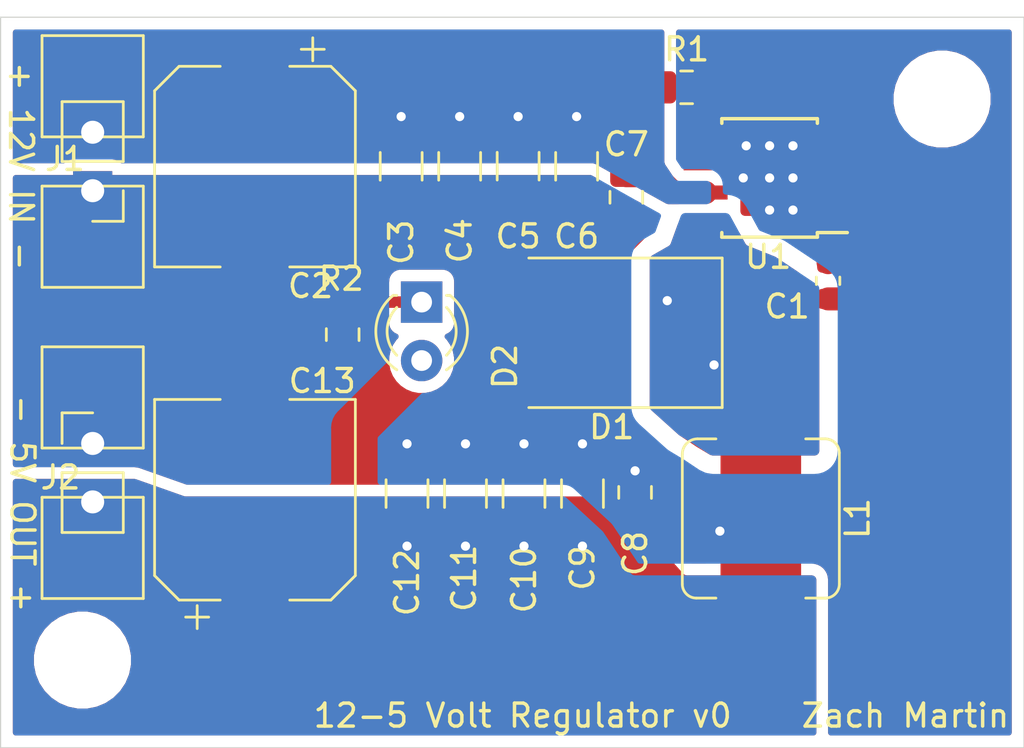
<source format=kicad_pcb>
(kicad_pcb (version 20171130) (host pcbnew "(5.1.7)-1")

  (general
    (thickness 1.6)
    (drawings 7)
    (tracks 50)
    (zones 0)
    (modules 27)
    (nets 10)
  )

  (page A4)
  (layers
    (0 F.Cu signal)
    (31 B.Cu signal)
    (32 B.Adhes user)
    (33 F.Adhes user)
    (34 B.Paste user)
    (35 F.Paste user)
    (36 B.SilkS user)
    (37 F.SilkS user)
    (38 B.Mask user)
    (39 F.Mask user)
    (40 Dwgs.User user)
    (41 Cmts.User user)
    (42 Eco1.User user)
    (43 Eco2.User user)
    (44 Edge.Cuts user)
    (45 Margin user)
    (46 B.CrtYd user)
    (47 F.CrtYd user)
    (48 B.Fab user)
    (49 F.Fab user hide)
  )

  (setup
    (last_trace_width 1)
    (user_trace_width 0.5)
    (user_trace_width 1)
    (user_trace_width 1.5)
    (user_trace_width 2)
    (user_trace_width 5)
    (trace_clearance 0.2)
    (zone_clearance 0.8)
    (zone_45_only no)
    (trace_min 0.2)
    (via_size 0.8)
    (via_drill 0.4)
    (via_min_size 0.4)
    (via_min_drill 0.3)
    (uvia_size 0.3)
    (uvia_drill 0.1)
    (uvias_allowed no)
    (uvia_min_size 0.2)
    (uvia_min_drill 0.1)
    (edge_width 0.05)
    (segment_width 0.2)
    (pcb_text_width 0.3)
    (pcb_text_size 1.5 1.5)
    (mod_edge_width 0.12)
    (mod_text_size 1 1)
    (mod_text_width 0.15)
    (pad_size 4 2)
    (pad_drill 0)
    (pad_to_mask_clearance 0.05)
    (aux_axis_origin 0 0)
    (visible_elements 7FFFFFFF)
    (pcbplotparams
      (layerselection 0x010fc_ffffffff)
      (usegerberextensions false)
      (usegerberattributes true)
      (usegerberadvancedattributes true)
      (creategerberjobfile true)
      (excludeedgelayer true)
      (linewidth 0.100000)
      (plotframeref false)
      (viasonmask false)
      (mode 1)
      (useauxorigin false)
      (hpglpennumber 1)
      (hpglpenspeed 20)
      (hpglpendiameter 15.000000)
      (psnegative false)
      (psa4output false)
      (plotreference true)
      (plotvalue true)
      (plotinvisibletext false)
      (padsonsilk false)
      (subtractmaskfromsilk false)
      (outputformat 1)
      (mirror false)
      (drillshape 1)
      (scaleselection 1)
      (outputdirectory ""))
  )

  (net 0 "")
  (net 1 GND)
  (net 2 "Net-(C1-Pad2)")
  (net 3 "Net-(R1-Pad2)")
  (net 4 "Net-(U1-Pad2)")
  (net 5 "Net-(U1-Pad3)")
  (net 6 /V_SW)
  (net 7 /12v)
  (net 8 /5v)
  (net 9 "Net-(D2-Pad1)")

  (net_class Default "This is the default net class."
    (clearance 0.2)
    (trace_width 0.25)
    (via_dia 0.8)
    (via_drill 0.4)
    (uvia_dia 0.3)
    (uvia_drill 0.1)
    (add_net /12v)
    (add_net /5v)
    (add_net /V_SW)
    (add_net GND)
    (add_net "Net-(C1-Pad2)")
    (add_net "Net-(D2-Pad1)")
    (add_net "Net-(R1-Pad2)")
    (add_net "Net-(U1-Pad2)")
    (add_net "Net-(U1-Pad3)")
  )

  (module TestPoint:TestPoint_Pad_4.0x4.0mm (layer F.Cu) (tedit 5A0F774F) (tstamp 60F6B691)
    (at 120.459 112.473)
    (descr "SMD rectangular pad as test Point, square 4.0mm side length")
    (tags "test point SMD pad rectangle square")
    (attr virtual)
    (fp_text reference REF** (at -0.5 -2.4) (layer F.SilkS) hide
      (effects (font (size 1 1) (thickness 0.15)))
    )
    (fp_text value TestPoint_Pad_4.0x4.0mm (at 0 3.1) (layer F.Fab)
      (effects (font (size 1 1) (thickness 0.15)))
    )
    (fp_line (start 2.5 2.5) (end -2.5 2.5) (layer F.CrtYd) (width 0.05))
    (fp_line (start 2.5 2.5) (end 2.5 -2.5) (layer F.CrtYd) (width 0.05))
    (fp_line (start -2.5 -2.5) (end -2.5 2.5) (layer F.CrtYd) (width 0.05))
    (fp_line (start -2.5 -2.5) (end 2.5 -2.5) (layer F.CrtYd) (width 0.05))
    (fp_line (start -2.2 2.2) (end -2.2 -2.2) (layer F.SilkS) (width 0.12))
    (fp_line (start 2.2 2.2) (end -2.2 2.2) (layer F.SilkS) (width 0.12))
    (fp_line (start 2.2 -2.2) (end 2.2 2.2) (layer F.SilkS) (width 0.12))
    (fp_line (start -2.2 -2.2) (end 2.2 -2.2) (layer F.SilkS) (width 0.12))
    (fp_text user %R (at -0.5 -2.4) (layer F.Fab)
      (effects (font (size 1 1) (thickness 0.15)))
    )
    (pad 1 smd rect (at 0 0) (size 4 4) (layers F.Cu F.Mask)
      (net 8 /5v))
  )

  (module TestPoint:TestPoint_Pad_4.0x4.0mm (layer F.Cu) (tedit 5A0F774F) (tstamp 60F6BDBA)
    (at 120.459 105.933)
    (descr "SMD rectangular pad as test Point, square 4.0mm side length")
    (tags "test point SMD pad rectangle square")
    (attr virtual)
    (fp_text reference REF** (at 0 -2.898) (layer F.SilkS) hide
      (effects (font (size 1 1) (thickness 0.15)))
    )
    (fp_text value TestPoint_Pad_4.0x4.0mm (at 0 3.1) (layer F.Fab)
      (effects (font (size 1 1) (thickness 0.15)))
    )
    (fp_line (start 2.5 2.5) (end -2.5 2.5) (layer F.CrtYd) (width 0.05))
    (fp_line (start 2.5 2.5) (end 2.5 -2.5) (layer F.CrtYd) (width 0.05))
    (fp_line (start -2.5 -2.5) (end -2.5 2.5) (layer F.CrtYd) (width 0.05))
    (fp_line (start -2.5 -2.5) (end 2.5 -2.5) (layer F.CrtYd) (width 0.05))
    (fp_line (start -2.2 2.2) (end -2.2 -2.2) (layer F.SilkS) (width 0.12))
    (fp_line (start 2.2 2.2) (end -2.2 2.2) (layer F.SilkS) (width 0.12))
    (fp_line (start 2.2 -2.2) (end 2.2 2.2) (layer F.SilkS) (width 0.12))
    (fp_line (start -2.2 -2.2) (end 2.2 -2.2) (layer F.SilkS) (width 0.12))
    (fp_text user %R (at 0 -2.9) (layer F.Fab)
      (effects (font (size 1 1) (thickness 0.15)))
    )
    (pad 1 smd rect (at 0 0) (size 4 4) (layers F.Cu F.Mask)
      (net 1 GND))
  )

  (module TestPoint:TestPoint_Pad_4.0x4.0mm (layer F.Cu) (tedit 5A0F774F) (tstamp 60F6BC68)
    (at 120.459 98.948)
    (descr "SMD rectangular pad as test Point, square 4.0mm side length")
    (tags "test point SMD pad rectangle square")
    (attr virtual)
    (fp_text reference REF** (at 0 -2.898) (layer F.SilkS) hide
      (effects (font (size 1 1) (thickness 0.15)))
    )
    (fp_text value TestPoint_Pad_4.0x4.0mm (at 0 3.1) (layer F.Fab)
      (effects (font (size 1 1) (thickness 0.15)))
    )
    (fp_line (start -2.2 -2.2) (end 2.2 -2.2) (layer F.SilkS) (width 0.12))
    (fp_line (start 2.2 -2.2) (end 2.2 2.2) (layer F.SilkS) (width 0.12))
    (fp_line (start 2.2 2.2) (end -2.2 2.2) (layer F.SilkS) (width 0.12))
    (fp_line (start -2.2 2.2) (end -2.2 -2.2) (layer F.SilkS) (width 0.12))
    (fp_line (start -2.5 -2.5) (end 2.5 -2.5) (layer F.CrtYd) (width 0.05))
    (fp_line (start -2.5 -2.5) (end -2.5 2.5) (layer F.CrtYd) (width 0.05))
    (fp_line (start 2.5 2.5) (end 2.5 -2.5) (layer F.CrtYd) (width 0.05))
    (fp_line (start 2.5 2.5) (end -2.5 2.5) (layer F.CrtYd) (width 0.05))
    (fp_text user %R (at 0 -2.9) (layer F.Fab)
      (effects (font (size 1 1) (thickness 0.15)))
    )
    (pad 1 smd rect (at 0 0) (size 4 4) (layers F.Cu F.Mask)
      (net 1 GND))
  )

  (module TestPoint:TestPoint_Pad_4.0x4.0mm (layer F.Cu) (tedit 5A0F774F) (tstamp 60F6BA49)
    (at 120.459 92.408)
    (descr "SMD rectangular pad as test Point, square 4.0mm side length")
    (tags "test point SMD pad rectangle square")
    (attr virtual)
    (fp_text reference REF** (at 0 -2.898) (layer F.SilkS) hide
      (effects (font (size 1 1) (thickness 0.15)))
    )
    (fp_text value TestPoint_Pad_4.0x4.0mm (at 0 3.1) (layer F.Fab)
      (effects (font (size 1 1) (thickness 0.15)))
    )
    (fp_line (start 2.5 2.5) (end -2.5 2.5) (layer F.CrtYd) (width 0.05))
    (fp_line (start 2.5 2.5) (end 2.5 -2.5) (layer F.CrtYd) (width 0.05))
    (fp_line (start -2.5 -2.5) (end -2.5 2.5) (layer F.CrtYd) (width 0.05))
    (fp_line (start -2.5 -2.5) (end 2.5 -2.5) (layer F.CrtYd) (width 0.05))
    (fp_line (start -2.2 2.2) (end -2.2 -2.2) (layer F.SilkS) (width 0.12))
    (fp_line (start 2.2 2.2) (end -2.2 2.2) (layer F.SilkS) (width 0.12))
    (fp_line (start 2.2 -2.2) (end 2.2 2.2) (layer F.SilkS) (width 0.12))
    (fp_line (start -2.2 -2.2) (end 2.2 -2.2) (layer F.SilkS) (width 0.12))
    (fp_text user %R (at 0 -2.9) (layer F.Fab)
      (effects (font (size 1 1) (thickness 0.15)))
    )
    (pad 1 smd rect (at 0 0) (size 4 4) (layers F.Cu F.Mask)
      (net 7 /12v))
  )

  (module MountingHole:MountingHole_3.2mm_M3 (layer F.Cu) (tedit 56D1B4CB) (tstamp 60F6880D)
    (at 157.353 92.964)
    (descr "Mounting Hole 3.2mm, no annular, M3")
    (tags "mounting hole 3.2mm no annular m3")
    (attr virtual)
    (fp_text reference REF** (at 0 -4.2) (layer F.SilkS) hide
      (effects (font (size 1 1) (thickness 0.15)))
    )
    (fp_text value MountingHole_3.2mm_M3 (at 0 4.2) (layer F.Fab)
      (effects (font (size 1 1) (thickness 0.15)))
    )
    (fp_circle (center 0 0) (end 3.45 0) (layer F.CrtYd) (width 0.05))
    (fp_circle (center 0 0) (end 3.2 0) (layer Cmts.User) (width 0.15))
    (fp_text user %R (at 0.3 0) (layer F.Fab)
      (effects (font (size 1 1) (thickness 0.15)))
    )
    (pad 1 np_thru_hole circle (at 0 0) (size 3.2 3.2) (drill 3.2) (layers *.Cu *.Mask))
  )

  (module MountingHole:MountingHole_3.2mm_M3 (layer F.Cu) (tedit 56D1B4CB) (tstamp 60F687F7)
    (at 120.015 117.348)
    (descr "Mounting Hole 3.2mm, no annular, M3")
    (tags "mounting hole 3.2mm no annular m3")
    (attr virtual)
    (fp_text reference REF** (at 0 -4.2) (layer F.SilkS) hide
      (effects (font (size 1 1) (thickness 0.15)))
    )
    (fp_text value MountingHole_3.2mm_M3 (at 0 4.2) (layer F.Fab)
      (effects (font (size 1 1) (thickness 0.15)))
    )
    (fp_circle (center 0 0) (end 3.2 0) (layer Cmts.User) (width 0.15))
    (fp_circle (center 0 0) (end 3.45 0) (layer F.CrtYd) (width 0.05))
    (fp_text user %R (at 0.3 0) (layer F.Fab)
      (effects (font (size 1 1) (thickness 0.15)))
    )
    (pad 1 np_thru_hole circle (at 0 0) (size 3.2 3.2) (drill 3.2) (layers *.Cu *.Mask))
  )

  (module Connector_PinHeader_2.54mm:PinHeader_1x02_P2.54mm_Vertical (layer F.Cu) (tedit 59FED5CC) (tstamp 60F62E6D)
    (at 120.459 107.933)
    (descr "Through hole straight pin header, 1x02, 2.54mm pitch, single row")
    (tags "Through hole pin header THT 1x02 2.54mm single row")
    (path /60ECFE41)
    (fp_text reference J2 (at -1.3965 1.4775) (layer F.SilkS)
      (effects (font (size 1 1) (thickness 0.15)))
    )
    (fp_text value Conn_01x02 (at 0 4.87) (layer F.Fab)
      (effects (font (size 1 1) (thickness 0.15)))
    )
    (fp_line (start -0.635 -1.27) (end 1.27 -1.27) (layer F.Fab) (width 0.1))
    (fp_line (start 1.27 -1.27) (end 1.27 3.81) (layer F.Fab) (width 0.1))
    (fp_line (start 1.27 3.81) (end -1.27 3.81) (layer F.Fab) (width 0.1))
    (fp_line (start -1.27 3.81) (end -1.27 -0.635) (layer F.Fab) (width 0.1))
    (fp_line (start -1.27 -0.635) (end -0.635 -1.27) (layer F.Fab) (width 0.1))
    (fp_line (start -1.33 3.87) (end 1.33 3.87) (layer F.SilkS) (width 0.12))
    (fp_line (start -1.33 1.27) (end -1.33 3.87) (layer F.SilkS) (width 0.12))
    (fp_line (start 1.33 1.27) (end 1.33 3.87) (layer F.SilkS) (width 0.12))
    (fp_line (start -1.33 1.27) (end 1.33 1.27) (layer F.SilkS) (width 0.12))
    (fp_line (start -1.33 0) (end -1.33 -1.33) (layer F.SilkS) (width 0.12))
    (fp_line (start -1.33 -1.33) (end 0 -1.33) (layer F.SilkS) (width 0.12))
    (fp_line (start -1.8 -1.8) (end -1.8 4.35) (layer F.CrtYd) (width 0.05))
    (fp_line (start -1.8 4.35) (end 1.8 4.35) (layer F.CrtYd) (width 0.05))
    (fp_line (start 1.8 4.35) (end 1.8 -1.8) (layer F.CrtYd) (width 0.05))
    (fp_line (start 1.8 -1.8) (end -1.8 -1.8) (layer F.CrtYd) (width 0.05))
    (fp_text user %R (at 0 1.27 90) (layer F.Fab)
      (effects (font (size 1 1) (thickness 0.15)))
    )
    (pad 1 thru_hole rect (at 0 0) (size 1.7 1.7) (drill 1) (layers *.Cu *.Mask)
      (net 1 GND))
    (pad 2 thru_hole oval (at 0 2.54) (size 1.7 1.7) (drill 1) (layers *.Cu *.Mask)
      (net 8 /5v))
    (model ${KISYS3DMOD}/Connector_PinHeader_2.54mm.3dshapes/PinHeader_1x02_P2.54mm_Vertical.wrl
      (at (xyz 0 0 0))
      (scale (xyz 1 1 1))
      (rotate (xyz 0 0 0))
    )
  )

  (module Capacitor_SMD:C_0603_1608Metric (layer F.Cu) (tedit 5B301BBE) (tstamp 60F62D1C)
    (at 152.4 100.8635 90)
    (descr "Capacitor SMD 0603 (1608 Metric), square (rectangular) end terminal, IPC_7351 nominal, (Body size source: http://www.tortai-tech.com/upload/download/2011102023233369053.pdf), generated with kicad-footprint-generator")
    (tags capacitor)
    (path /60F5292E)
    (attr smd)
    (fp_text reference C1 (at -1.1175 -1.778 180) (layer F.SilkS)
      (effects (font (size 1 1) (thickness 0.15)))
    )
    (fp_text value 10nF (at 0 1.43 90) (layer F.Fab)
      (effects (font (size 1 1) (thickness 0.15)))
    )
    (fp_line (start -0.8 0.4) (end -0.8 -0.4) (layer F.Fab) (width 0.1))
    (fp_line (start -0.8 -0.4) (end 0.8 -0.4) (layer F.Fab) (width 0.1))
    (fp_line (start 0.8 -0.4) (end 0.8 0.4) (layer F.Fab) (width 0.1))
    (fp_line (start 0.8 0.4) (end -0.8 0.4) (layer F.Fab) (width 0.1))
    (fp_line (start -0.162779 -0.51) (end 0.162779 -0.51) (layer F.SilkS) (width 0.12))
    (fp_line (start -0.162779 0.51) (end 0.162779 0.51) (layer F.SilkS) (width 0.12))
    (fp_line (start -1.48 0.73) (end -1.48 -0.73) (layer F.CrtYd) (width 0.05))
    (fp_line (start -1.48 -0.73) (end 1.48 -0.73) (layer F.CrtYd) (width 0.05))
    (fp_line (start 1.48 -0.73) (end 1.48 0.73) (layer F.CrtYd) (width 0.05))
    (fp_line (start 1.48 0.73) (end -1.48 0.73) (layer F.CrtYd) (width 0.05))
    (fp_text user %R (at 0 0 90) (layer F.Fab)
      (effects (font (size 0.4 0.4) (thickness 0.06)))
    )
    (pad 1 smd roundrect (at -0.7875 0 90) (size 0.875 0.95) (layers F.Cu F.Paste F.Mask) (roundrect_rratio 0.25)
      (net 6 /V_SW))
    (pad 2 smd roundrect (at 0.7875 0 90) (size 0.875 0.95) (layers F.Cu F.Paste F.Mask) (roundrect_rratio 0.25)
      (net 2 "Net-(C1-Pad2)"))
    (model ${KISYS3DMOD}/Capacitor_SMD.3dshapes/C_0603_1608Metric.wrl
      (at (xyz 0 0 0))
      (scale (xyz 1 1 1))
      (rotate (xyz 0 0 0))
    )
  )

  (module Capacitor_SMD:CP_Elec_8x10.5 (layer F.Cu) (tedit 5BCA39D0) (tstamp 60F62D44)
    (at 127.508 95.902 270)
    (descr "SMD capacitor, aluminum electrolytic, Vishay 0810, 8.0x10.5mm, http://www.vishay.com/docs/28395/150crz.pdf")
    (tags "capacitor electrolytic")
    (path /60F23B31)
    (attr smd)
    (fp_text reference C2 (at 5.19 -2.413 180) (layer F.SilkS)
      (effects (font (size 1 1) (thickness 0.15)))
    )
    (fp_text value 100uF (at 0 5.3 90) (layer F.Fab)
      (effects (font (size 1 1) (thickness 0.15)))
    )
    (fp_circle (center 0 0) (end 4 0) (layer F.Fab) (width 0.1))
    (fp_line (start 4.25 -4.25) (end 4.25 4.25) (layer F.Fab) (width 0.1))
    (fp_line (start -3.25 -4.25) (end 4.25 -4.25) (layer F.Fab) (width 0.1))
    (fp_line (start -3.25 4.25) (end 4.25 4.25) (layer F.Fab) (width 0.1))
    (fp_line (start -4.25 -3.25) (end -4.25 3.25) (layer F.Fab) (width 0.1))
    (fp_line (start -4.25 -3.25) (end -3.25 -4.25) (layer F.Fab) (width 0.1))
    (fp_line (start -4.25 3.25) (end -3.25 4.25) (layer F.Fab) (width 0.1))
    (fp_line (start -3.562278 -1.5) (end -2.762278 -1.5) (layer F.Fab) (width 0.1))
    (fp_line (start -3.162278 -1.9) (end -3.162278 -1.1) (layer F.Fab) (width 0.1))
    (fp_line (start 4.36 4.36) (end 4.36 1.51) (layer F.SilkS) (width 0.12))
    (fp_line (start 4.36 -4.36) (end 4.36 -1.51) (layer F.SilkS) (width 0.12))
    (fp_line (start -3.295563 -4.36) (end 4.36 -4.36) (layer F.SilkS) (width 0.12))
    (fp_line (start -3.295563 4.36) (end 4.36 4.36) (layer F.SilkS) (width 0.12))
    (fp_line (start -4.36 3.295563) (end -4.36 1.51) (layer F.SilkS) (width 0.12))
    (fp_line (start -4.36 -3.295563) (end -4.36 -1.51) (layer F.SilkS) (width 0.12))
    (fp_line (start -4.36 -3.295563) (end -3.295563 -4.36) (layer F.SilkS) (width 0.12))
    (fp_line (start -4.36 3.295563) (end -3.295563 4.36) (layer F.SilkS) (width 0.12))
    (fp_line (start -5.6 -2.51) (end -4.6 -2.51) (layer F.SilkS) (width 0.12))
    (fp_line (start -5.1 -3.01) (end -5.1 -2.01) (layer F.SilkS) (width 0.12))
    (fp_line (start 4.5 -4.5) (end 4.5 -1.5) (layer F.CrtYd) (width 0.05))
    (fp_line (start 4.5 -1.5) (end 6.15 -1.5) (layer F.CrtYd) (width 0.05))
    (fp_line (start 6.15 -1.5) (end 6.15 1.5) (layer F.CrtYd) (width 0.05))
    (fp_line (start 6.15 1.5) (end 4.5 1.5) (layer F.CrtYd) (width 0.05))
    (fp_line (start 4.5 1.5) (end 4.5 4.5) (layer F.CrtYd) (width 0.05))
    (fp_line (start -3.35 4.5) (end 4.5 4.5) (layer F.CrtYd) (width 0.05))
    (fp_line (start -3.35 -4.5) (end 4.5 -4.5) (layer F.CrtYd) (width 0.05))
    (fp_line (start -4.5 3.35) (end -3.35 4.5) (layer F.CrtYd) (width 0.05))
    (fp_line (start -4.5 -3.35) (end -3.35 -4.5) (layer F.CrtYd) (width 0.05))
    (fp_line (start -4.5 -3.35) (end -4.5 -1.5) (layer F.CrtYd) (width 0.05))
    (fp_line (start -4.5 1.5) (end -4.5 3.35) (layer F.CrtYd) (width 0.05))
    (fp_line (start -4.5 -1.5) (end -6.15 -1.5) (layer F.CrtYd) (width 0.05))
    (fp_line (start -6.15 -1.5) (end -6.15 1.5) (layer F.CrtYd) (width 0.05))
    (fp_line (start -6.15 1.5) (end -4.5 1.5) (layer F.CrtYd) (width 0.05))
    (fp_text user %R (at 0 0 90) (layer F.Fab)
      (effects (font (size 1 1) (thickness 0.15)))
    )
    (pad 1 smd roundrect (at -3.7 0 270) (size 4.4 2.5) (layers F.Cu F.Paste F.Mask) (roundrect_rratio 0.1)
      (net 7 /12v))
    (pad 2 smd roundrect (at 3.7 0 270) (size 4.4 2.5) (layers F.Cu F.Paste F.Mask) (roundrect_rratio 0.1)
      (net 1 GND))
    (model ${KISYS3DMOD}/Capacitor_SMD.3dshapes/CP_Elec_8x10.5.wrl
      (at (xyz 0 0 0))
      (scale (xyz 1 1 1))
      (rotate (xyz 0 0 0))
    )
  )

  (module Capacitor_SMD:C_1206_3216Metric (layer F.Cu) (tedit 5B301BBE) (tstamp 60F62D55)
    (at 133.858 95.888 270)
    (descr "Capacitor SMD 1206 (3216 Metric), square (rectangular) end terminal, IPC_7351 nominal, (Body size source: http://www.tortai-tech.com/upload/download/2011102023233369053.pdf), generated with kicad-footprint-generator")
    (tags capacitor)
    (path /60F2384E)
    (attr smd)
    (fp_text reference C3 (at 3.299 0 90) (layer F.SilkS)
      (effects (font (size 1 1) (thickness 0.15)))
    )
    (fp_text value 4.7uF (at 0 1.82 90) (layer F.Fab)
      (effects (font (size 1 1) (thickness 0.15)))
    )
    (fp_line (start -1.6 0.8) (end -1.6 -0.8) (layer F.Fab) (width 0.1))
    (fp_line (start -1.6 -0.8) (end 1.6 -0.8) (layer F.Fab) (width 0.1))
    (fp_line (start 1.6 -0.8) (end 1.6 0.8) (layer F.Fab) (width 0.1))
    (fp_line (start 1.6 0.8) (end -1.6 0.8) (layer F.Fab) (width 0.1))
    (fp_line (start -0.602064 -0.91) (end 0.602064 -0.91) (layer F.SilkS) (width 0.12))
    (fp_line (start -0.602064 0.91) (end 0.602064 0.91) (layer F.SilkS) (width 0.12))
    (fp_line (start -2.28 1.12) (end -2.28 -1.12) (layer F.CrtYd) (width 0.05))
    (fp_line (start -2.28 -1.12) (end 2.28 -1.12) (layer F.CrtYd) (width 0.05))
    (fp_line (start 2.28 -1.12) (end 2.28 1.12) (layer F.CrtYd) (width 0.05))
    (fp_line (start 2.28 1.12) (end -2.28 1.12) (layer F.CrtYd) (width 0.05))
    (fp_text user %R (at 0 0 90) (layer F.Fab)
      (effects (font (size 0.8 0.8) (thickness 0.12)))
    )
    (pad 1 smd roundrect (at -1.4 0 270) (size 1.25 1.75) (layers F.Cu F.Paste F.Mask) (roundrect_rratio 0.2)
      (net 7 /12v))
    (pad 2 smd roundrect (at 1.4 0 270) (size 1.25 1.75) (layers F.Cu F.Paste F.Mask) (roundrect_rratio 0.2)
      (net 1 GND))
    (model ${KISYS3DMOD}/Capacitor_SMD.3dshapes/C_1206_3216Metric.wrl
      (at (xyz 0 0 0))
      (scale (xyz 1 1 1))
      (rotate (xyz 0 0 0))
    )
  )

  (module Capacitor_SMD:C_1206_3216Metric (layer F.Cu) (tedit 5B301BBE) (tstamp 60F69D7B)
    (at 136.398 95.888 270)
    (descr "Capacitor SMD 1206 (3216 Metric), square (rectangular) end terminal, IPC_7351 nominal, (Body size source: http://www.tortai-tech.com/upload/download/2011102023233369053.pdf), generated with kicad-footprint-generator")
    (tags capacitor)
    (path /60F236F0)
    (attr smd)
    (fp_text reference C4 (at 3.2355 0 90) (layer F.SilkS)
      (effects (font (size 1 1) (thickness 0.15)))
    )
    (fp_text value 4.7uF (at 0 1.82 90) (layer F.Fab)
      (effects (font (size 1 1) (thickness 0.15)))
    )
    (fp_line (start 2.28 1.12) (end -2.28 1.12) (layer F.CrtYd) (width 0.05))
    (fp_line (start 2.28 -1.12) (end 2.28 1.12) (layer F.CrtYd) (width 0.05))
    (fp_line (start -2.28 -1.12) (end 2.28 -1.12) (layer F.CrtYd) (width 0.05))
    (fp_line (start -2.28 1.12) (end -2.28 -1.12) (layer F.CrtYd) (width 0.05))
    (fp_line (start -0.602064 0.91) (end 0.602064 0.91) (layer F.SilkS) (width 0.12))
    (fp_line (start -0.602064 -0.91) (end 0.602064 -0.91) (layer F.SilkS) (width 0.12))
    (fp_line (start 1.6 0.8) (end -1.6 0.8) (layer F.Fab) (width 0.1))
    (fp_line (start 1.6 -0.8) (end 1.6 0.8) (layer F.Fab) (width 0.1))
    (fp_line (start -1.6 -0.8) (end 1.6 -0.8) (layer F.Fab) (width 0.1))
    (fp_line (start -1.6 0.8) (end -1.6 -0.8) (layer F.Fab) (width 0.1))
    (fp_text user %R (at 0 0 90) (layer F.Fab)
      (effects (font (size 0.8 0.8) (thickness 0.12)))
    )
    (pad 2 smd roundrect (at 1.4 0 270) (size 1.25 1.75) (layers F.Cu F.Paste F.Mask) (roundrect_rratio 0.2)
      (net 1 GND))
    (pad 1 smd roundrect (at -1.4 0 270) (size 1.25 1.75) (layers F.Cu F.Paste F.Mask) (roundrect_rratio 0.2)
      (net 7 /12v))
    (model ${KISYS3DMOD}/Capacitor_SMD.3dshapes/C_1206_3216Metric.wrl
      (at (xyz 0 0 0))
      (scale (xyz 1 1 1))
      (rotate (xyz 0 0 0))
    )
  )

  (module Capacitor_SMD:C_1206_3216Metric (layer F.Cu) (tedit 5B301BBE) (tstamp 60F62D77)
    (at 138.938 95.882 270)
    (descr "Capacitor SMD 1206 (3216 Metric), square (rectangular) end terminal, IPC_7351 nominal, (Body size source: http://www.tortai-tech.com/upload/download/2011102023233369053.pdf), generated with kicad-footprint-generator")
    (tags capacitor)
    (path /60F233DA)
    (attr smd)
    (fp_text reference C5 (at 3.051 0 180) (layer F.SilkS)
      (effects (font (size 1 1) (thickness 0.15)))
    )
    (fp_text value 4.7uF (at 0 1.82 90) (layer F.Fab)
      (effects (font (size 1 1) (thickness 0.15)))
    )
    (fp_line (start -1.6 0.8) (end -1.6 -0.8) (layer F.Fab) (width 0.1))
    (fp_line (start -1.6 -0.8) (end 1.6 -0.8) (layer F.Fab) (width 0.1))
    (fp_line (start 1.6 -0.8) (end 1.6 0.8) (layer F.Fab) (width 0.1))
    (fp_line (start 1.6 0.8) (end -1.6 0.8) (layer F.Fab) (width 0.1))
    (fp_line (start -0.602064 -0.91) (end 0.602064 -0.91) (layer F.SilkS) (width 0.12))
    (fp_line (start -0.602064 0.91) (end 0.602064 0.91) (layer F.SilkS) (width 0.12))
    (fp_line (start -2.28 1.12) (end -2.28 -1.12) (layer F.CrtYd) (width 0.05))
    (fp_line (start -2.28 -1.12) (end 2.28 -1.12) (layer F.CrtYd) (width 0.05))
    (fp_line (start 2.28 -1.12) (end 2.28 1.12) (layer F.CrtYd) (width 0.05))
    (fp_line (start 2.28 1.12) (end -2.28 1.12) (layer F.CrtYd) (width 0.05))
    (fp_text user %R (at 0 0 90) (layer F.Fab)
      (effects (font (size 0.8 0.8) (thickness 0.12)))
    )
    (pad 1 smd roundrect (at -1.4 0 270) (size 1.25 1.75) (layers F.Cu F.Paste F.Mask) (roundrect_rratio 0.2)
      (net 7 /12v))
    (pad 2 smd roundrect (at 1.4 0 270) (size 1.25 1.75) (layers F.Cu F.Paste F.Mask) (roundrect_rratio 0.2)
      (net 1 GND))
    (model ${KISYS3DMOD}/Capacitor_SMD.3dshapes/C_1206_3216Metric.wrl
      (at (xyz 0 0 0))
      (scale (xyz 1 1 1))
      (rotate (xyz 0 0 0))
    )
  )

  (module Capacitor_SMD:C_1206_3216Metric (layer F.Cu) (tedit 5B301BBE) (tstamp 60F62D88)
    (at 141.478 95.888 270)
    (descr "Capacitor SMD 1206 (3216 Metric), square (rectangular) end terminal, IPC_7351 nominal, (Body size source: http://www.tortai-tech.com/upload/download/2011102023233369053.pdf), generated with kicad-footprint-generator")
    (tags capacitor)
    (path /60F23140)
    (attr smd)
    (fp_text reference C6 (at 3.045 0 180) (layer F.SilkS)
      (effects (font (size 1 1) (thickness 0.15)))
    )
    (fp_text value 4.7uF (at 0 1.82 90) (layer F.Fab)
      (effects (font (size 1 1) (thickness 0.15)))
    )
    (fp_line (start 2.28 1.12) (end -2.28 1.12) (layer F.CrtYd) (width 0.05))
    (fp_line (start 2.28 -1.12) (end 2.28 1.12) (layer F.CrtYd) (width 0.05))
    (fp_line (start -2.28 -1.12) (end 2.28 -1.12) (layer F.CrtYd) (width 0.05))
    (fp_line (start -2.28 1.12) (end -2.28 -1.12) (layer F.CrtYd) (width 0.05))
    (fp_line (start -0.602064 0.91) (end 0.602064 0.91) (layer F.SilkS) (width 0.12))
    (fp_line (start -0.602064 -0.91) (end 0.602064 -0.91) (layer F.SilkS) (width 0.12))
    (fp_line (start 1.6 0.8) (end -1.6 0.8) (layer F.Fab) (width 0.1))
    (fp_line (start 1.6 -0.8) (end 1.6 0.8) (layer F.Fab) (width 0.1))
    (fp_line (start -1.6 -0.8) (end 1.6 -0.8) (layer F.Fab) (width 0.1))
    (fp_line (start -1.6 0.8) (end -1.6 -0.8) (layer F.Fab) (width 0.1))
    (fp_text user %R (at 0 0 90) (layer F.Fab)
      (effects (font (size 0.8 0.8) (thickness 0.12)))
    )
    (pad 2 smd roundrect (at 1.4 0 270) (size 1.25 1.75) (layers F.Cu F.Paste F.Mask) (roundrect_rratio 0.2)
      (net 1 GND))
    (pad 1 smd roundrect (at -1.4 0 270) (size 1.25 1.75) (layers F.Cu F.Paste F.Mask) (roundrect_rratio 0.2)
      (net 7 /12v))
    (model ${KISYS3DMOD}/Capacitor_SMD.3dshapes/C_1206_3216Metric.wrl
      (at (xyz 0 0 0))
      (scale (xyz 1 1 1))
      (rotate (xyz 0 0 0))
    )
  )

  (module Capacitor_SMD:C_0805_2012Metric (layer F.Cu) (tedit 5B36C52B) (tstamp 60F62D99)
    (at 143.637 97.2335 270)
    (descr "Capacitor SMD 0805 (2012 Metric), square (rectangular) end terminal, IPC_7351 nominal, (Body size source: https://docs.google.com/spreadsheets/d/1BsfQQcO9C6DZCsRaXUlFlo91Tg2WpOkGARC1WS5S8t0/edit?usp=sharing), generated with kicad-footprint-generator")
    (tags capacitor)
    (path /60F22C87)
    (attr smd)
    (fp_text reference C7 (at -2.301 0 180) (layer F.SilkS)
      (effects (font (size 1 1) (thickness 0.15)))
    )
    (fp_text value 100nF (at 0 1.65 90) (layer F.Fab)
      (effects (font (size 1 1) (thickness 0.15)))
    )
    (fp_line (start 1.68 0.95) (end -1.68 0.95) (layer F.CrtYd) (width 0.05))
    (fp_line (start 1.68 -0.95) (end 1.68 0.95) (layer F.CrtYd) (width 0.05))
    (fp_line (start -1.68 -0.95) (end 1.68 -0.95) (layer F.CrtYd) (width 0.05))
    (fp_line (start -1.68 0.95) (end -1.68 -0.95) (layer F.CrtYd) (width 0.05))
    (fp_line (start -0.258578 0.71) (end 0.258578 0.71) (layer F.SilkS) (width 0.12))
    (fp_line (start -0.258578 -0.71) (end 0.258578 -0.71) (layer F.SilkS) (width 0.12))
    (fp_line (start 1 0.6) (end -1 0.6) (layer F.Fab) (width 0.1))
    (fp_line (start 1 -0.6) (end 1 0.6) (layer F.Fab) (width 0.1))
    (fp_line (start -1 -0.6) (end 1 -0.6) (layer F.Fab) (width 0.1))
    (fp_line (start -1 0.6) (end -1 -0.6) (layer F.Fab) (width 0.1))
    (fp_text user %R (at 0 0 90) (layer F.Fab)
      (effects (font (size 0.5 0.5) (thickness 0.08)))
    )
    (pad 2 smd roundrect (at 0.9375 0 270) (size 0.975 1.4) (layers F.Cu F.Paste F.Mask) (roundrect_rratio 0.25)
      (net 1 GND))
    (pad 1 smd roundrect (at -0.9375 0 270) (size 0.975 1.4) (layers F.Cu F.Paste F.Mask) (roundrect_rratio 0.25)
      (net 7 /12v))
    (model ${KISYS3DMOD}/Capacitor_SMD.3dshapes/C_0805_2012Metric.wrl
      (at (xyz 0 0 0))
      (scale (xyz 1 1 1))
      (rotate (xyz 0 0 0))
    )
  )

  (module Capacitor_SMD:C_0805_2012Metric (layer F.Cu) (tedit 5B36C52B) (tstamp 60F62DAA)
    (at 144.018 110.0605 90)
    (descr "Capacitor SMD 0805 (2012 Metric), square (rectangular) end terminal, IPC_7351 nominal, (Body size source: https://docs.google.com/spreadsheets/d/1BsfQQcO9C6DZCsRaXUlFlo91Tg2WpOkGARC1WS5S8t0/edit?usp=sharing), generated with kicad-footprint-generator")
    (tags capacitor)
    (path /60F8009B)
    (attr smd)
    (fp_text reference C8 (at -2.652 0 90) (layer F.SilkS)
      (effects (font (size 1 1) (thickness 0.15)))
    )
    (fp_text value 100nF (at 0 1.65 90) (layer F.Fab)
      (effects (font (size 1 1) (thickness 0.15)))
    )
    (fp_line (start -1 0.6) (end -1 -0.6) (layer F.Fab) (width 0.1))
    (fp_line (start -1 -0.6) (end 1 -0.6) (layer F.Fab) (width 0.1))
    (fp_line (start 1 -0.6) (end 1 0.6) (layer F.Fab) (width 0.1))
    (fp_line (start 1 0.6) (end -1 0.6) (layer F.Fab) (width 0.1))
    (fp_line (start -0.258578 -0.71) (end 0.258578 -0.71) (layer F.SilkS) (width 0.12))
    (fp_line (start -0.258578 0.71) (end 0.258578 0.71) (layer F.SilkS) (width 0.12))
    (fp_line (start -1.68 0.95) (end -1.68 -0.95) (layer F.CrtYd) (width 0.05))
    (fp_line (start -1.68 -0.95) (end 1.68 -0.95) (layer F.CrtYd) (width 0.05))
    (fp_line (start 1.68 -0.95) (end 1.68 0.95) (layer F.CrtYd) (width 0.05))
    (fp_line (start 1.68 0.95) (end -1.68 0.95) (layer F.CrtYd) (width 0.05))
    (fp_text user %R (at 0 0 90) (layer F.Fab)
      (effects (font (size 0.5 0.5) (thickness 0.08)))
    )
    (pad 1 smd roundrect (at -0.9375 0 90) (size 0.975 1.4) (layers F.Cu F.Paste F.Mask) (roundrect_rratio 0.25)
      (net 8 /5v))
    (pad 2 smd roundrect (at 0.9375 0 90) (size 0.975 1.4) (layers F.Cu F.Paste F.Mask) (roundrect_rratio 0.25)
      (net 1 GND))
    (model ${KISYS3DMOD}/Capacitor_SMD.3dshapes/C_0805_2012Metric.wrl
      (at (xyz 0 0 0))
      (scale (xyz 1 1 1))
      (rotate (xyz 0 0 0))
    )
  )

  (module Capacitor_SMD:C_1206_3216Metric (layer F.Cu) (tedit 5B301BBE) (tstamp 60F62DBB)
    (at 141.732 110.112 90)
    (descr "Capacitor SMD 1206 (3216 Metric), square (rectangular) end terminal, IPC_7351 nominal, (Body size source: http://www.tortai-tech.com/upload/download/2011102023233369053.pdf), generated with kicad-footprint-generator")
    (tags capacitor)
    (path /60F800A1)
    (attr smd)
    (fp_text reference C9 (at -3.2355 0 90) (layer F.SilkS)
      (effects (font (size 1 1) (thickness 0.15)))
    )
    (fp_text value 4.7uF (at 0 1.82 90) (layer F.Fab)
      (effects (font (size 1 1) (thickness 0.15)))
    )
    (fp_line (start 2.28 1.12) (end -2.28 1.12) (layer F.CrtYd) (width 0.05))
    (fp_line (start 2.28 -1.12) (end 2.28 1.12) (layer F.CrtYd) (width 0.05))
    (fp_line (start -2.28 -1.12) (end 2.28 -1.12) (layer F.CrtYd) (width 0.05))
    (fp_line (start -2.28 1.12) (end -2.28 -1.12) (layer F.CrtYd) (width 0.05))
    (fp_line (start -0.602064 0.91) (end 0.602064 0.91) (layer F.SilkS) (width 0.12))
    (fp_line (start -0.602064 -0.91) (end 0.602064 -0.91) (layer F.SilkS) (width 0.12))
    (fp_line (start 1.6 0.8) (end -1.6 0.8) (layer F.Fab) (width 0.1))
    (fp_line (start 1.6 -0.8) (end 1.6 0.8) (layer F.Fab) (width 0.1))
    (fp_line (start -1.6 -0.8) (end 1.6 -0.8) (layer F.Fab) (width 0.1))
    (fp_line (start -1.6 0.8) (end -1.6 -0.8) (layer F.Fab) (width 0.1))
    (fp_text user %R (at 0 0 90) (layer F.Fab)
      (effects (font (size 0.8 0.8) (thickness 0.12)))
    )
    (pad 2 smd roundrect (at 1.4 0 90) (size 1.25 1.75) (layers F.Cu F.Paste F.Mask) (roundrect_rratio 0.2)
      (net 1 GND))
    (pad 1 smd roundrect (at -1.4 0 90) (size 1.25 1.75) (layers F.Cu F.Paste F.Mask) (roundrect_rratio 0.2)
      (net 8 /5v))
    (model ${KISYS3DMOD}/Capacitor_SMD.3dshapes/C_1206_3216Metric.wrl
      (at (xyz 0 0 0))
      (scale (xyz 1 1 1))
      (rotate (xyz 0 0 0))
    )
  )

  (module Capacitor_SMD:C_1206_3216Metric (layer F.Cu) (tedit 5B301BBE) (tstamp 60F62DCC)
    (at 139.192 110.112 90)
    (descr "Capacitor SMD 1206 (3216 Metric), square (rectangular) end terminal, IPC_7351 nominal, (Body size source: http://www.tortai-tech.com/upload/download/2011102023233369053.pdf), generated with kicad-footprint-generator")
    (tags capacitor)
    (path /60F800A7)
    (attr smd)
    (fp_text reference C10 (at -3.7435 0 90) (layer F.SilkS)
      (effects (font (size 1 1) (thickness 0.15)))
    )
    (fp_text value 4.7uF (at 0 1.82 90) (layer F.Fab)
      (effects (font (size 1 1) (thickness 0.15)))
    )
    (fp_line (start -1.6 0.8) (end -1.6 -0.8) (layer F.Fab) (width 0.1))
    (fp_line (start -1.6 -0.8) (end 1.6 -0.8) (layer F.Fab) (width 0.1))
    (fp_line (start 1.6 -0.8) (end 1.6 0.8) (layer F.Fab) (width 0.1))
    (fp_line (start 1.6 0.8) (end -1.6 0.8) (layer F.Fab) (width 0.1))
    (fp_line (start -0.602064 -0.91) (end 0.602064 -0.91) (layer F.SilkS) (width 0.12))
    (fp_line (start -0.602064 0.91) (end 0.602064 0.91) (layer F.SilkS) (width 0.12))
    (fp_line (start -2.28 1.12) (end -2.28 -1.12) (layer F.CrtYd) (width 0.05))
    (fp_line (start -2.28 -1.12) (end 2.28 -1.12) (layer F.CrtYd) (width 0.05))
    (fp_line (start 2.28 -1.12) (end 2.28 1.12) (layer F.CrtYd) (width 0.05))
    (fp_line (start 2.28 1.12) (end -2.28 1.12) (layer F.CrtYd) (width 0.05))
    (fp_text user %R (at 0 0 90) (layer F.Fab)
      (effects (font (size 0.8 0.8) (thickness 0.12)))
    )
    (pad 1 smd roundrect (at -1.4 0 90) (size 1.25 1.75) (layers F.Cu F.Paste F.Mask) (roundrect_rratio 0.2)
      (net 8 /5v))
    (pad 2 smd roundrect (at 1.4 0 90) (size 1.25 1.75) (layers F.Cu F.Paste F.Mask) (roundrect_rratio 0.2)
      (net 1 GND))
    (model ${KISYS3DMOD}/Capacitor_SMD.3dshapes/C_1206_3216Metric.wrl
      (at (xyz 0 0 0))
      (scale (xyz 1 1 1))
      (rotate (xyz 0 0 0))
    )
  )

  (module Capacitor_SMD:C_1206_3216Metric (layer F.Cu) (tedit 5B301BBE) (tstamp 60F62DDD)
    (at 136.652 110.112 90)
    (descr "Capacitor SMD 1206 (3216 Metric), square (rectangular) end terminal, IPC_7351 nominal, (Body size source: http://www.tortai-tech.com/upload/download/2011102023233369053.pdf), generated with kicad-footprint-generator")
    (tags capacitor)
    (path /60F800AD)
    (attr smd)
    (fp_text reference C11 (at -3.68 -0.0635 90) (layer F.SilkS)
      (effects (font (size 1 1) (thickness 0.15)))
    )
    (fp_text value 4.7uF (at 0 1.82 90) (layer F.Fab)
      (effects (font (size 1 1) (thickness 0.15)))
    )
    (fp_line (start 2.28 1.12) (end -2.28 1.12) (layer F.CrtYd) (width 0.05))
    (fp_line (start 2.28 -1.12) (end 2.28 1.12) (layer F.CrtYd) (width 0.05))
    (fp_line (start -2.28 -1.12) (end 2.28 -1.12) (layer F.CrtYd) (width 0.05))
    (fp_line (start -2.28 1.12) (end -2.28 -1.12) (layer F.CrtYd) (width 0.05))
    (fp_line (start -0.602064 0.91) (end 0.602064 0.91) (layer F.SilkS) (width 0.12))
    (fp_line (start -0.602064 -0.91) (end 0.602064 -0.91) (layer F.SilkS) (width 0.12))
    (fp_line (start 1.6 0.8) (end -1.6 0.8) (layer F.Fab) (width 0.1))
    (fp_line (start 1.6 -0.8) (end 1.6 0.8) (layer F.Fab) (width 0.1))
    (fp_line (start -1.6 -0.8) (end 1.6 -0.8) (layer F.Fab) (width 0.1))
    (fp_line (start -1.6 0.8) (end -1.6 -0.8) (layer F.Fab) (width 0.1))
    (fp_text user %R (at 0 0 90) (layer F.Fab)
      (effects (font (size 0.8 0.8) (thickness 0.12)))
    )
    (pad 2 smd roundrect (at 1.4 0 90) (size 1.25 1.75) (layers F.Cu F.Paste F.Mask) (roundrect_rratio 0.2)
      (net 1 GND))
    (pad 1 smd roundrect (at -1.4 0 90) (size 1.25 1.75) (layers F.Cu F.Paste F.Mask) (roundrect_rratio 0.2)
      (net 8 /5v))
    (model ${KISYS3DMOD}/Capacitor_SMD.3dshapes/C_1206_3216Metric.wrl
      (at (xyz 0 0 0))
      (scale (xyz 1 1 1))
      (rotate (xyz 0 0 0))
    )
  )

  (module Capacitor_SMD:C_1206_3216Metric (layer F.Cu) (tedit 5B301BBE) (tstamp 60F62DEE)
    (at 134.112 110.112 90)
    (descr "Capacitor SMD 1206 (3216 Metric), square (rectangular) end terminal, IPC_7351 nominal, (Body size source: http://www.tortai-tech.com/upload/download/2011102023233369053.pdf), generated with kicad-footprint-generator")
    (tags capacitor)
    (path /60F800B3)
    (attr smd)
    (fp_text reference C12 (at -3.8705 0 270) (layer F.SilkS)
      (effects (font (size 1 1) (thickness 0.15)))
    )
    (fp_text value 4.7uF (at 0 1.82 90) (layer F.Fab)
      (effects (font (size 1 1) (thickness 0.15)))
    )
    (fp_line (start -1.6 0.8) (end -1.6 -0.8) (layer F.Fab) (width 0.1))
    (fp_line (start -1.6 -0.8) (end 1.6 -0.8) (layer F.Fab) (width 0.1))
    (fp_line (start 1.6 -0.8) (end 1.6 0.8) (layer F.Fab) (width 0.1))
    (fp_line (start 1.6 0.8) (end -1.6 0.8) (layer F.Fab) (width 0.1))
    (fp_line (start -0.602064 -0.91) (end 0.602064 -0.91) (layer F.SilkS) (width 0.12))
    (fp_line (start -0.602064 0.91) (end 0.602064 0.91) (layer F.SilkS) (width 0.12))
    (fp_line (start -2.28 1.12) (end -2.28 -1.12) (layer F.CrtYd) (width 0.05))
    (fp_line (start -2.28 -1.12) (end 2.28 -1.12) (layer F.CrtYd) (width 0.05))
    (fp_line (start 2.28 -1.12) (end 2.28 1.12) (layer F.CrtYd) (width 0.05))
    (fp_line (start 2.28 1.12) (end -2.28 1.12) (layer F.CrtYd) (width 0.05))
    (fp_text user %R (at 0 0 90) (layer F.Fab)
      (effects (font (size 0.8 0.8) (thickness 0.12)))
    )
    (pad 1 smd roundrect (at -1.4 0 90) (size 1.25 1.75) (layers F.Cu F.Paste F.Mask) (roundrect_rratio 0.2)
      (net 8 /5v))
    (pad 2 smd roundrect (at 1.4 0 90) (size 1.25 1.75) (layers F.Cu F.Paste F.Mask) (roundrect_rratio 0.2)
      (net 1 GND))
    (model ${KISYS3DMOD}/Capacitor_SMD.3dshapes/C_1206_3216Metric.wrl
      (at (xyz 0 0 0))
      (scale (xyz 1 1 1))
      (rotate (xyz 0 0 0))
    )
  )

  (module Capacitor_SMD:CP_Elec_8x10.5 (layer F.Cu) (tedit 5BCA39D0) (tstamp 60F62E16)
    (at 127.508 110.38 90)
    (descr "SMD capacitor, aluminum electrolytic, Vishay 0810, 8.0x10.5mm, http://www.vishay.com/docs/28395/150crz.pdf")
    (tags "capacitor electrolytic")
    (path /60F800B9)
    (attr smd)
    (fp_text reference C13 (at 5.1605 2.921) (layer F.SilkS)
      (effects (font (size 1 1) (thickness 0.15)))
    )
    (fp_text value 100uF (at 0 5.3 90) (layer F.Fab)
      (effects (font (size 1 1) (thickness 0.15)))
    )
    (fp_line (start -6.15 1.5) (end -4.5 1.5) (layer F.CrtYd) (width 0.05))
    (fp_line (start -6.15 -1.5) (end -6.15 1.5) (layer F.CrtYd) (width 0.05))
    (fp_line (start -4.5 -1.5) (end -6.15 -1.5) (layer F.CrtYd) (width 0.05))
    (fp_line (start -4.5 1.5) (end -4.5 3.35) (layer F.CrtYd) (width 0.05))
    (fp_line (start -4.5 -3.35) (end -4.5 -1.5) (layer F.CrtYd) (width 0.05))
    (fp_line (start -4.5 -3.35) (end -3.35 -4.5) (layer F.CrtYd) (width 0.05))
    (fp_line (start -4.5 3.35) (end -3.35 4.5) (layer F.CrtYd) (width 0.05))
    (fp_line (start -3.35 -4.5) (end 4.5 -4.5) (layer F.CrtYd) (width 0.05))
    (fp_line (start -3.35 4.5) (end 4.5 4.5) (layer F.CrtYd) (width 0.05))
    (fp_line (start 4.5 1.5) (end 4.5 4.5) (layer F.CrtYd) (width 0.05))
    (fp_line (start 6.15 1.5) (end 4.5 1.5) (layer F.CrtYd) (width 0.05))
    (fp_line (start 6.15 -1.5) (end 6.15 1.5) (layer F.CrtYd) (width 0.05))
    (fp_line (start 4.5 -1.5) (end 6.15 -1.5) (layer F.CrtYd) (width 0.05))
    (fp_line (start 4.5 -4.5) (end 4.5 -1.5) (layer F.CrtYd) (width 0.05))
    (fp_line (start -5.1 -3.01) (end -5.1 -2.01) (layer F.SilkS) (width 0.12))
    (fp_line (start -5.6 -2.51) (end -4.6 -2.51) (layer F.SilkS) (width 0.12))
    (fp_line (start -4.36 3.295563) (end -3.295563 4.36) (layer F.SilkS) (width 0.12))
    (fp_line (start -4.36 -3.295563) (end -3.295563 -4.36) (layer F.SilkS) (width 0.12))
    (fp_line (start -4.36 -3.295563) (end -4.36 -1.51) (layer F.SilkS) (width 0.12))
    (fp_line (start -4.36 3.295563) (end -4.36 1.51) (layer F.SilkS) (width 0.12))
    (fp_line (start -3.295563 4.36) (end 4.36 4.36) (layer F.SilkS) (width 0.12))
    (fp_line (start -3.295563 -4.36) (end 4.36 -4.36) (layer F.SilkS) (width 0.12))
    (fp_line (start 4.36 -4.36) (end 4.36 -1.51) (layer F.SilkS) (width 0.12))
    (fp_line (start 4.36 4.36) (end 4.36 1.51) (layer F.SilkS) (width 0.12))
    (fp_line (start -3.162278 -1.9) (end -3.162278 -1.1) (layer F.Fab) (width 0.1))
    (fp_line (start -3.562278 -1.5) (end -2.762278 -1.5) (layer F.Fab) (width 0.1))
    (fp_line (start -4.25 3.25) (end -3.25 4.25) (layer F.Fab) (width 0.1))
    (fp_line (start -4.25 -3.25) (end -3.25 -4.25) (layer F.Fab) (width 0.1))
    (fp_line (start -4.25 -3.25) (end -4.25 3.25) (layer F.Fab) (width 0.1))
    (fp_line (start -3.25 4.25) (end 4.25 4.25) (layer F.Fab) (width 0.1))
    (fp_line (start -3.25 -4.25) (end 4.25 -4.25) (layer F.Fab) (width 0.1))
    (fp_line (start 4.25 -4.25) (end 4.25 4.25) (layer F.Fab) (width 0.1))
    (fp_circle (center 0 0) (end 4 0) (layer F.Fab) (width 0.1))
    (fp_text user %R (at 0 0 90) (layer F.Fab)
      (effects (font (size 1 1) (thickness 0.15)))
    )
    (pad 2 smd roundrect (at 3.7 0 90) (size 4.4 2.5) (layers F.Cu F.Paste F.Mask) (roundrect_rratio 0.1)
      (net 1 GND))
    (pad 1 smd roundrect (at -3.7 0 90) (size 4.4 2.5) (layers F.Cu F.Paste F.Mask) (roundrect_rratio 0.1)
      (net 8 /5v))
    (model ${KISYS3DMOD}/Capacitor_SMD.3dshapes/CP_Elec_8x10.5.wrl
      (at (xyz 0 0 0))
      (scale (xyz 1 1 1))
      (rotate (xyz 0 0 0))
    )
  )

  (module Diode_SMD:D_SMC (layer F.Cu) (tedit 5864295D) (tstamp 60F62E2E)
    (at 143.002 103.124 180)
    (descr "Diode SMC (DO-214AB)")
    (tags "Diode SMC (DO-214AB)")
    (path /60F51BA6)
    (attr smd)
    (fp_text reference D1 (at 0 -4.1) (layer F.SilkS)
      (effects (font (size 1 1) (thickness 0.15)))
    )
    (fp_text value SK510 (at 0 4.2) (layer F.Fab)
      (effects (font (size 1 1) (thickness 0.15)))
    )
    (fp_line (start -4.8 3.25) (end -4.8 -3.25) (layer F.SilkS) (width 0.12))
    (fp_line (start 3.55 3.1) (end -3.55 3.1) (layer F.Fab) (width 0.1))
    (fp_line (start -3.55 3.1) (end -3.55 -3.1) (layer F.Fab) (width 0.1))
    (fp_line (start 3.55 -3.1) (end 3.55 3.1) (layer F.Fab) (width 0.1))
    (fp_line (start 3.55 -3.1) (end -3.55 -3.1) (layer F.Fab) (width 0.1))
    (fp_line (start -4.9 -3.35) (end 4.9 -3.35) (layer F.CrtYd) (width 0.05))
    (fp_line (start 4.9 -3.35) (end 4.9 3.35) (layer F.CrtYd) (width 0.05))
    (fp_line (start 4.9 3.35) (end -4.9 3.35) (layer F.CrtYd) (width 0.05))
    (fp_line (start -4.9 3.35) (end -4.9 -3.35) (layer F.CrtYd) (width 0.05))
    (fp_line (start -0.64944 0.00102) (end -1.55114 0.00102) (layer F.Fab) (width 0.1))
    (fp_line (start 0.50118 0.00102) (end 1.4994 0.00102) (layer F.Fab) (width 0.1))
    (fp_line (start -0.64944 -0.79908) (end -0.64944 0.80112) (layer F.Fab) (width 0.1))
    (fp_line (start 0.50118 0.75032) (end 0.50118 -0.79908) (layer F.Fab) (width 0.1))
    (fp_line (start -0.64944 0.00102) (end 0.50118 0.75032) (layer F.Fab) (width 0.1))
    (fp_line (start -0.64944 0.00102) (end 0.50118 -0.79908) (layer F.Fab) (width 0.1))
    (fp_line (start -4.8 3.25) (end 3.6 3.25) (layer F.SilkS) (width 0.12))
    (fp_line (start -4.8 -3.25) (end 3.6 -3.25) (layer F.SilkS) (width 0.12))
    (fp_text user %R (at 0 -1.9) (layer F.Fab)
      (effects (font (size 1 1) (thickness 0.15)))
    )
    (pad 1 smd rect (at -3.4 0 270) (size 3.3 2.5) (layers F.Cu F.Paste F.Mask)
      (net 6 /V_SW))
    (pad 2 smd rect (at 3.4 0 270) (size 3.3 2.5) (layers F.Cu F.Paste F.Mask)
      (net 1 GND))
    (model ${KISYS3DMOD}/Diode_SMD.3dshapes/D_SMC.wrl
      (at (xyz 0 0 0))
      (scale (xyz 1 1 1))
      (rotate (xyz 0 0 0))
    )
  )

  (module LED_THT:LED_D3.0mm (layer F.Cu) (tedit 587A3A7B) (tstamp 60F6D864)
    (at 134.747 101.7905 270)
    (descr "LED, diameter 3.0mm, 2 pins")
    (tags "LED diameter 3.0mm 2 pins")
    (path /60F851D7)
    (fp_text reference D2 (at 2.794 -3.6195 90) (layer F.SilkS)
      (effects (font (size 1 1) (thickness 0.15)))
    )
    (fp_text value 12v (at 1.27 2.96 90) (layer F.Fab)
      (effects (font (size 1 1) (thickness 0.15)))
    )
    (fp_circle (center 1.27 0) (end 2.77 0) (layer F.Fab) (width 0.1))
    (fp_line (start -0.23 -1.16619) (end -0.23 1.16619) (layer F.Fab) (width 0.1))
    (fp_line (start -0.29 -1.236) (end -0.29 -1.08) (layer F.SilkS) (width 0.12))
    (fp_line (start -0.29 1.08) (end -0.29 1.236) (layer F.SilkS) (width 0.12))
    (fp_line (start -1.15 -2.25) (end -1.15 2.25) (layer F.CrtYd) (width 0.05))
    (fp_line (start -1.15 2.25) (end 3.7 2.25) (layer F.CrtYd) (width 0.05))
    (fp_line (start 3.7 2.25) (end 3.7 -2.25) (layer F.CrtYd) (width 0.05))
    (fp_line (start 3.7 -2.25) (end -1.15 -2.25) (layer F.CrtYd) (width 0.05))
    (fp_arc (start 1.27 0) (end -0.23 -1.16619) (angle 284.3) (layer F.Fab) (width 0.1))
    (fp_arc (start 1.27 0) (end -0.29 -1.235516) (angle 108.8) (layer F.SilkS) (width 0.12))
    (fp_arc (start 1.27 0) (end -0.29 1.235516) (angle -108.8) (layer F.SilkS) (width 0.12))
    (fp_arc (start 1.27 0) (end 0.229039 -1.08) (angle 87.9) (layer F.SilkS) (width 0.12))
    (fp_arc (start 1.27 0) (end 0.229039 1.08) (angle -87.9) (layer F.SilkS) (width 0.12))
    (pad 1 thru_hole rect (at 0 0 270) (size 1.8 1.8) (drill 0.9) (layers *.Cu *.Mask)
      (net 9 "Net-(D2-Pad1)"))
    (pad 2 thru_hole circle (at 2.54 0 270) (size 1.8 1.8) (drill 0.9) (layers *.Cu *.Mask)
      (net 8 /5v))
    (model ${KISYS3DMOD}/LED_THT.3dshapes/LED_D3.0mm.wrl
      (at (xyz 0 0 0))
      (scale (xyz 1 1 1))
      (rotate (xyz 0 0 0))
    )
  )

  (module Connector_PinHeader_2.54mm:PinHeader_1x02_P2.54mm_Vertical (layer F.Cu) (tedit 59FED5CC) (tstamp 60F69A4E)
    (at 120.459 96.948 180)
    (descr "Through hole straight pin header, 1x02, 2.54mm pitch, single row")
    (tags "Through hole pin header THT 1x02 2.54mm single row")
    (path /60ECF3D8)
    (fp_text reference J1 (at 1.206 1.3805) (layer F.SilkS)
      (effects (font (size 1 1) (thickness 0.15)))
    )
    (fp_text value Conn_01x02 (at 0 4.87) (layer F.Fab)
      (effects (font (size 1 1) (thickness 0.15)))
    )
    (fp_line (start 1.8 -1.8) (end -1.8 -1.8) (layer F.CrtYd) (width 0.05))
    (fp_line (start 1.8 4.35) (end 1.8 -1.8) (layer F.CrtYd) (width 0.05))
    (fp_line (start -1.8 4.35) (end 1.8 4.35) (layer F.CrtYd) (width 0.05))
    (fp_line (start -1.8 -1.8) (end -1.8 4.35) (layer F.CrtYd) (width 0.05))
    (fp_line (start -1.33 -1.33) (end 0 -1.33) (layer F.SilkS) (width 0.12))
    (fp_line (start -1.33 0) (end -1.33 -1.33) (layer F.SilkS) (width 0.12))
    (fp_line (start -1.33 1.27) (end 1.33 1.27) (layer F.SilkS) (width 0.12))
    (fp_line (start 1.33 1.27) (end 1.33 3.87) (layer F.SilkS) (width 0.12))
    (fp_line (start -1.33 1.27) (end -1.33 3.87) (layer F.SilkS) (width 0.12))
    (fp_line (start -1.33 3.87) (end 1.33 3.87) (layer F.SilkS) (width 0.12))
    (fp_line (start -1.27 -0.635) (end -0.635 -1.27) (layer F.Fab) (width 0.1))
    (fp_line (start -1.27 3.81) (end -1.27 -0.635) (layer F.Fab) (width 0.1))
    (fp_line (start 1.27 3.81) (end -1.27 3.81) (layer F.Fab) (width 0.1))
    (fp_line (start 1.27 -1.27) (end 1.27 3.81) (layer F.Fab) (width 0.1))
    (fp_line (start -0.635 -1.27) (end 1.27 -1.27) (layer F.Fab) (width 0.1))
    (fp_text user %R (at 0 1.27 90) (layer F.Fab)
      (effects (font (size 1 1) (thickness 0.15)))
    )
    (pad 2 thru_hole oval (at 0 2.54 180) (size 1.7 1.7) (drill 1) (layers *.Cu *.Mask)
      (net 7 /12v))
    (pad 1 thru_hole rect (at 0 0 180) (size 1.7 1.7) (drill 1) (layers *.Cu *.Mask)
      (net 1 GND))
    (model ${KISYS3DMOD}/Connector_PinHeader_2.54mm.3dshapes/PinHeader_1x02_P2.54mm_Vertical.wrl
      (at (xyz 0 0 0))
      (scale (xyz 1 1 1))
      (rotate (xyz 0 0 0))
    )
  )

  (module Inductor_SMD:L_Bourns_SRP7028A_7.3x6.6mm (layer F.Cu) (tedit 5D90E51A) (tstamp 60F62E92)
    (at 149.479 111.194 270)
    (descr "Shielded Power Inductors (https://www.bourns.com/docs/product-datasheets/srp7028a.pdf)")
    (tags "Shielded Inductors Bourns SMD SRP7028A")
    (path /60F5AB29)
    (attr smd)
    (fp_text reference L1 (at 0 -4.2 90) (layer F.SilkS)
      (effects (font (size 1 1) (thickness 0.15)))
    )
    (fp_text value 12uH (at 0 4.5 90) (layer F.Fab)
      (effects (font (size 1 1) (thickness 0.15)))
    )
    (fp_line (start -2.85 -3.3) (end 2.85 -3.3) (layer F.Fab) (width 0.1))
    (fp_line (start 3.35 -2.8) (end 3.35 2.8) (layer F.Fab) (width 0.1))
    (fp_line (start 2.85 3.3) (end -2.85 3.3) (layer F.Fab) (width 0.1))
    (fp_line (start -3.35 2.8) (end -3.35 -2.8) (layer F.Fab) (width 0.1))
    (fp_line (start -2.85 -3.41) (end 2.85 -3.41) (layer F.SilkS) (width 0.12))
    (fp_line (start 3.46 1.95) (end 3.46 2.8) (layer F.SilkS) (width 0.12))
    (fp_line (start 2.85 3.41) (end -2.8 3.41) (layer F.SilkS) (width 0.12))
    (fp_line (start -3.46 2.75) (end -3.46 1.95) (layer F.SilkS) (width 0.12))
    (fp_line (start -4.45 2) (end -4.45 -2) (layer F.CrtYd) (width 0.05))
    (fp_line (start -3.6 -3.55) (end 3.6 -3.55) (layer F.CrtYd) (width 0.05))
    (fp_line (start 4.45 -2) (end 4.45 2) (layer F.CrtYd) (width 0.05))
    (fp_line (start 3.6 3.55) (end -3.6 3.55) (layer F.CrtYd) (width 0.05))
    (fp_line (start 3.46 -2.8) (end 3.46 -1.95) (layer F.SilkS) (width 0.12))
    (fp_line (start -3.46 -1.95) (end -3.46 -2.8) (layer F.SilkS) (width 0.12))
    (fp_line (start -4.45 -2) (end -3.6 -2) (layer F.CrtYd) (width 0.05))
    (fp_line (start -3.6 2) (end -4.45 2) (layer F.CrtYd) (width 0.05))
    (fp_line (start 3.6 -2) (end 4.45 -2) (layer F.CrtYd) (width 0.05))
    (fp_line (start 4.45 2) (end 3.6 2) (layer F.CrtYd) (width 0.05))
    (fp_line (start -3.6 -2) (end -3.6 -3.55) (layer F.CrtYd) (width 0.05))
    (fp_line (start 3.6 -3.55) (end 3.6 -2) (layer F.CrtYd) (width 0.05))
    (fp_line (start 3.6 2) (end 3.6 3.55) (layer F.CrtYd) (width 0.05))
    (fp_line (start -3.6 3.55) (end -3.6 2) (layer F.CrtYd) (width 0.05))
    (fp_arc (start -2.85 -2.8) (end -2.85 -3.3) (angle -90) (layer F.Fab) (width 0.1))
    (fp_arc (start 2.85 -2.8) (end 3.35 -2.8) (angle -90) (layer F.Fab) (width 0.1))
    (fp_arc (start -2.85 2.8) (end -3.35 2.8) (angle -90) (layer F.Fab) (width 0.1))
    (fp_arc (start 2.85 2.8) (end 2.85 3.3) (angle -90) (layer F.Fab) (width 0.1))
    (fp_arc (start -2.85 -2.8) (end -2.85 -3.41) (angle -90) (layer F.SilkS) (width 0.12))
    (fp_arc (start 2.85 -2.8) (end 3.46 -2.8) (angle -90) (layer F.SilkS) (width 0.12))
    (fp_arc (start -2.8 2.75) (end -3.46 2.75) (angle -90) (layer F.SilkS) (width 0.12))
    (fp_arc (start 2.85 2.8) (end 2.85 3.41) (angle -90) (layer F.SilkS) (width 0.12))
    (fp_text user %R (at 0 0 90) (layer F.Fab)
      (effects (font (size 1 1) (thickness 0.15)))
    )
    (pad 1 smd rect (at -2.725 0 270) (size 2.95 3.5) (layers F.Cu F.Paste F.Mask)
      (net 6 /V_SW))
    (pad 2 smd rect (at 2.725 0 270) (size 2.95 3.5) (layers F.Cu F.Paste F.Mask)
      (net 8 /5v))
    (model ${KISYS3DMOD}/Inductor_SMD.3dshapes/L_Bourns_SRP7028A_7.3x6.6mm.wrl
      (at (xyz 0 0 0))
      (scale (xyz 1 1 1))
      (rotate (xyz 0 0 0))
    )
  )

  (module Resistor_SMD:R_0805_2012Metric (layer F.Cu) (tedit 5B36C52B) (tstamp 60F62EA3)
    (at 146.2555 92.456)
    (descr "Resistor SMD 0805 (2012 Metric), square (rectangular) end terminal, IPC_7351 nominal, (Body size source: https://docs.google.com/spreadsheets/d/1BsfQQcO9C6DZCsRaXUlFlo91Tg2WpOkGARC1WS5S8t0/edit?usp=sharing), generated with kicad-footprint-generator")
    (tags resistor)
    (path /60F90FF4)
    (attr smd)
    (fp_text reference R1 (at 0 -1.65) (layer F.SilkS)
      (effects (font (size 1 1) (thickness 0.15)))
    )
    (fp_text value 470k (at 0 1.65) (layer F.Fab)
      (effects (font (size 1 1) (thickness 0.15)))
    )
    (fp_line (start 1.68 0.95) (end -1.68 0.95) (layer F.CrtYd) (width 0.05))
    (fp_line (start 1.68 -0.95) (end 1.68 0.95) (layer F.CrtYd) (width 0.05))
    (fp_line (start -1.68 -0.95) (end 1.68 -0.95) (layer F.CrtYd) (width 0.05))
    (fp_line (start -1.68 0.95) (end -1.68 -0.95) (layer F.CrtYd) (width 0.05))
    (fp_line (start -0.258578 0.71) (end 0.258578 0.71) (layer F.SilkS) (width 0.12))
    (fp_line (start -0.258578 -0.71) (end 0.258578 -0.71) (layer F.SilkS) (width 0.12))
    (fp_line (start 1 0.6) (end -1 0.6) (layer F.Fab) (width 0.1))
    (fp_line (start 1 -0.6) (end 1 0.6) (layer F.Fab) (width 0.1))
    (fp_line (start -1 -0.6) (end 1 -0.6) (layer F.Fab) (width 0.1))
    (fp_line (start -1 0.6) (end -1 -0.6) (layer F.Fab) (width 0.1))
    (fp_text user %R (at 0 0) (layer F.Fab)
      (effects (font (size 0.5 0.5) (thickness 0.08)))
    )
    (pad 2 smd roundrect (at 0.9375 0) (size 0.975 1.4) (layers F.Cu F.Paste F.Mask) (roundrect_rratio 0.25)
      (net 3 "Net-(R1-Pad2)"))
    (pad 1 smd roundrect (at -0.9375 0) (size 0.975 1.4) (layers F.Cu F.Paste F.Mask) (roundrect_rratio 0.25)
      (net 7 /12v))
    (model ${KISYS3DMOD}/Resistor_SMD.3dshapes/R_0805_2012Metric.wrl
      (at (xyz 0 0 0))
      (scale (xyz 1 1 1))
      (rotate (xyz 0 0 0))
    )
  )

  (module Resistor_SMD:R_0805_2012Metric (layer F.Cu) (tedit 5B36C52B) (tstamp 60F62EB4)
    (at 131.318 103.2025 270)
    (descr "Resistor SMD 0805 (2012 Metric), square (rectangular) end terminal, IPC_7351 nominal, (Body size source: https://docs.google.com/spreadsheets/d/1BsfQQcO9C6DZCsRaXUlFlo91Tg2WpOkGARC1WS5S8t0/edit?usp=sharing), generated with kicad-footprint-generator")
    (tags resistor)
    (path /60F851D1)
    (attr smd)
    (fp_text reference R2 (at -2.428 0.0635 180) (layer F.SilkS)
      (effects (font (size 1 1) (thickness 0.15)))
    )
    (fp_text value 10k (at 0 1.65 90) (layer F.Fab)
      (effects (font (size 1 1) (thickness 0.15)))
    )
    (fp_line (start -1 0.6) (end -1 -0.6) (layer F.Fab) (width 0.1))
    (fp_line (start -1 -0.6) (end 1 -0.6) (layer F.Fab) (width 0.1))
    (fp_line (start 1 -0.6) (end 1 0.6) (layer F.Fab) (width 0.1))
    (fp_line (start 1 0.6) (end -1 0.6) (layer F.Fab) (width 0.1))
    (fp_line (start -0.258578 -0.71) (end 0.258578 -0.71) (layer F.SilkS) (width 0.12))
    (fp_line (start -0.258578 0.71) (end 0.258578 0.71) (layer F.SilkS) (width 0.12))
    (fp_line (start -1.68 0.95) (end -1.68 -0.95) (layer F.CrtYd) (width 0.05))
    (fp_line (start -1.68 -0.95) (end 1.68 -0.95) (layer F.CrtYd) (width 0.05))
    (fp_line (start 1.68 -0.95) (end 1.68 0.95) (layer F.CrtYd) (width 0.05))
    (fp_line (start 1.68 0.95) (end -1.68 0.95) (layer F.CrtYd) (width 0.05))
    (fp_text user %R (at 0 0 90) (layer F.Fab)
      (effects (font (size 0.5 0.5) (thickness 0.08)))
    )
    (pad 1 smd roundrect (at -0.9375 0 270) (size 0.975 1.4) (layers F.Cu F.Paste F.Mask) (roundrect_rratio 0.25)
      (net 9 "Net-(D2-Pad1)"))
    (pad 2 smd roundrect (at 0.9375 0 270) (size 0.975 1.4) (layers F.Cu F.Paste F.Mask) (roundrect_rratio 0.25)
      (net 1 GND))
    (model ${KISYS3DMOD}/Resistor_SMD.3dshapes/R_0805_2012Metric.wrl
      (at (xyz 0 0 0))
      (scale (xyz 1 1 1))
      (rotate (xyz 0 0 0))
    )
  )

  (module Package_SO:TI_SO-PowerPAD-8 (layer F.Cu) (tedit 5A02F2D3) (tstamp 60F62ED5)
    (at 149.86 96.393 180)
    (descr "8-Lead Plastic PSOP, Exposed Die Pad (TI DDA0008B, see http://www.ti.com/lit/ds/symlink/lm3404.pdf)")
    (tags "SSOP 0.50 exposed pad")
    (path /60F16686)
    (attr smd)
    (fp_text reference U1 (at 0.0635 -3.429) (layer F.SilkS)
      (effects (font (size 1 1) (thickness 0.15)))
    )
    (fp_text value LM22676MR-5 (at 0 3.4) (layer F.Fab)
      (effects (font (size 1 1) (thickness 0.15)))
    )
    (fp_line (start -0.95 -2.45) (end 1.95 -2.45) (layer F.Fab) (width 0.15))
    (fp_line (start 1.95 -2.45) (end 1.95 2.45) (layer F.Fab) (width 0.15))
    (fp_line (start 1.95 2.45) (end -1.95 2.45) (layer F.Fab) (width 0.15))
    (fp_line (start -1.95 2.45) (end -1.95 -1.45) (layer F.Fab) (width 0.15))
    (fp_line (start -1.95 -1.45) (end -0.95 -2.45) (layer F.Fab) (width 0.15))
    (fp_line (start -4 -2.7) (end -4 2.7) (layer F.CrtYd) (width 0.05))
    (fp_line (start 4 -2.7) (end 4 2.7) (layer F.CrtYd) (width 0.05))
    (fp_line (start -4 -2.7) (end 4 -2.7) (layer F.CrtYd) (width 0.05))
    (fp_line (start -4 2.7) (end 4 2.7) (layer F.CrtYd) (width 0.05))
    (fp_line (start -2.075 -2.575) (end -2.075 -2.375) (layer F.SilkS) (width 0.15))
    (fp_line (start 2.075 -2.575) (end 2.075 -2.375) (layer F.SilkS) (width 0.15))
    (fp_line (start 2.075 2.575) (end 2.075 2.375) (layer F.SilkS) (width 0.15))
    (fp_line (start -2.075 2.575) (end -2.075 2.375) (layer F.SilkS) (width 0.15))
    (fp_line (start -2.075 -2.575) (end 2.075 -2.575) (layer F.SilkS) (width 0.15))
    (fp_line (start -2.075 2.575) (end 2.075 2.575) (layer F.SilkS) (width 0.15))
    (fp_line (start -2.075 -2.375) (end -3.375 -2.375) (layer F.SilkS) (width 0.15))
    (fp_text user %R (at 0 0) (layer F.Fab)
      (effects (font (size 1 1) (thickness 0.15)))
    )
    (pad 1 smd rect (at -2.78 -1.905 180) (size 1.91 0.61) (layers F.Cu F.Paste F.Mask)
      (net 2 "Net-(C1-Pad2)"))
    (pad 2 smd rect (at -2.78 -0.635 180) (size 1.91 0.61) (layers F.Cu F.Paste F.Mask)
      (net 4 "Net-(U1-Pad2)"))
    (pad 3 smd rect (at -2.78 0.635 180) (size 1.91 0.61) (layers F.Cu F.Paste F.Mask)
      (net 5 "Net-(U1-Pad3)"))
    (pad 4 smd rect (at -2.78 1.905 180) (size 1.91 0.61) (layers F.Cu F.Paste F.Mask)
      (net 6 /V_SW))
    (pad 5 smd rect (at 2.78 1.905 180) (size 1.91 0.61) (layers F.Cu F.Paste F.Mask)
      (net 3 "Net-(R1-Pad2)"))
    (pad 6 smd rect (at 2.78 0.635 180) (size 1.91 0.61) (layers F.Cu F.Paste F.Mask)
      (net 1 GND))
    (pad 7 smd rect (at 2.78 -0.635 180) (size 1.91 0.61) (layers F.Cu F.Paste F.Mask)
      (net 7 /12v))
    (pad 8 smd rect (at 2.78 -1.905 180) (size 1.91 0.61) (layers F.Cu F.Paste F.Mask)
      (net 6 /V_SW))
    (pad 9 smd rect (at 0.6025 0.775 180) (size 1.205 1.55) (layers F.Cu F.Paste F.Mask)
      (net 1 GND) (solder_paste_margin_ratio -0.2))
    (pad 9 smd rect (at 0.6025 -0.775 180) (size 1.205 1.55) (layers F.Cu F.Paste F.Mask)
      (net 1 GND) (solder_paste_margin_ratio -0.2))
    (pad 9 smd rect (at -0.6025 0.775 180) (size 1.205 1.55) (layers F.Cu F.Paste F.Mask)
      (net 1 GND) (solder_paste_margin_ratio -0.2))
    (pad 9 smd rect (at -0.6025 -0.775 180) (size 1.205 1.55) (layers F.Cu F.Paste F.Mask)
      (net 1 GND) (solder_paste_margin_ratio -0.2))
    (model ${KISYS3DMOD}/Package_SO.3dshapes/TI_SO-PowerPAD-8.wrl
      (at (xyz 0 0 0))
      (scale (xyz 1 1 1))
      (rotate (xyz 0 0 0))
    )
  )

  (gr_text "12-5 Volt Regulator v0    Zach Martin" (at 145.161 119.761) (layer F.SilkS)
    (effects (font (size 1 1) (thickness 0.15)))
  )
  (gr_text "+ 12V IN -" (at 117.348 95.885 270) (layer F.SilkS)
    (effects (font (size 1 1) (thickness 0.15)))
  )
  (gr_text "- 5V OUT +" (at 117.4115 110.5535 270) (layer F.SilkS)
    (effects (font (size 1 1) (thickness 0.15)))
  )
  (gr_line (start 116.459 89.408) (end 160.909 89.408) (layer Edge.Cuts) (width 0.05) (tstamp 60F68823))
  (gr_line (start 160.909 89.408) (end 160.909 121.158) (layer Edge.Cuts) (width 0.05) (tstamp 60F6881C))
  (gr_line (start 116.459 121.158) (end 160.909 121.158) (layer Edge.Cuts) (width 0.05))
  (gr_line (start 116.459 89.408) (end 116.459 121.158) (layer Edge.Cuts) (width 0.05))

  (via (at 150.876 96.393) (size 0.8) (drill 0.4) (layers F.Cu B.Cu) (net 1))
  (via (at 149.86 96.393) (size 0.8) (drill 0.4) (layers F.Cu B.Cu) (net 1))
  (via (at 148.717 96.393) (size 0.8) (drill 0.4) (layers F.Cu B.Cu) (net 1))
  (via (at 149.86 97.79) (size 0.8) (drill 0.4) (layers F.Cu B.Cu) (net 1))
  (via (at 150.876 97.79) (size 0.8) (drill 0.4) (layers F.Cu B.Cu) (net 1))
  (via (at 149.86 94.996) (size 0.8) (drill 0.4) (layers F.Cu B.Cu) (net 1))
  (via (at 150.876 94.996) (size 0.8) (drill 0.4) (layers F.Cu B.Cu) (net 1))
  (via (at 148.844 94.996) (size 0.8) (drill 0.4) (layers F.Cu B.Cu) (net 1))
  (via (at 147.447 104.521) (size 0.8) (drill 0.4) (layers F.Cu B.Cu) (net 6))
  (via (at 145.415 101.727) (size 0.8) (drill 0.4) (layers F.Cu B.Cu) (net 6))
  (segment (start 149.1175 95.758) (end 149.2575 95.618) (width 0.5) (layer F.Cu) (net 1))
  (segment (start 147.08 95.758) (end 149.1175 95.758) (width 0.5) (layer F.Cu) (net 1))
  (segment (start 149.2575 95.618) (end 149.2575 95.618) (width 0.5) (layer F.Cu) (net 1) (tstamp 60F692A5))
  (segment (start 144.018 109.123) (end 144.018 109.123) (width 1) (layer F.Cu) (net 1))
  (segment (start 145.080001 109.123) (end 147.701 111.743999) (width 1) (layer F.Cu) (net 1))
  (via (at 147.701 111.743999) (size 0.8) (drill 0.4) (layers F.Cu B.Cu) (net 1))
  (via (at 136.652 107.95) (size 0.8) (drill 0.4) (layers F.Cu B.Cu) (net 1))
  (via (at 139.192 107.95) (size 0.8) (drill 0.4) (layers F.Cu B.Cu) (net 1))
  (via (at 134.112 107.95) (size 0.8) (drill 0.4) (layers F.Cu B.Cu) (net 1))
  (via (at 141.732 107.95) (size 0.8) (drill 0.4) (layers F.Cu B.Cu) (net 1))
  (segment (start 144.018 109.123) (end 145.080001 109.123) (width 1) (layer F.Cu) (net 1) (tstamp 60F6D5AD))
  (via (at 144.018 109.123) (size 0.8) (drill 0.4) (layers F.Cu B.Cu) (net 1))
  (segment (start 152.4 100.076) (end 152.4 98.933) (width 1) (layer F.Cu) (net 2))
  (segment (start 152.4 98.538) (end 152.64 98.298) (width 0.5) (layer F.Cu) (net 2))
  (segment (start 152.4 98.933) (end 152.4 98.538) (width 0.5) (layer F.Cu) (net 2))
  (segment (start 152.4 98.933) (end 153.035 98.933) (width 0.5) (layer F.Cu) (net 2))
  (segment (start 153.035 98.933) (end 153.035 98.552) (width 0.5) (layer F.Cu) (net 2))
  (segment (start 147.193 92.456) (end 147.193 94.107) (width 1) (layer F.Cu) (net 3))
  (segment (start 147.08 94.502) (end 147.08 94.488) (width 0.5) (layer F.Cu) (net 3))
  (segment (start 146.656 102.87) (end 146.402 103.124) (width 1.5) (layer F.Cu) (net 6))
  (segment (start 147.875 101.651) (end 146.402 103.124) (width 0.5) (layer F.Cu) (net 6))
  (segment (start 152.4 101.651) (end 147.875 101.651) (width 0.5) (layer F.Cu) (net 6))
  (segment (start 153.890002 94.488) (end 154.686 95.283998) (width 1) (layer F.Cu) (net 6))
  (segment (start 152.64 94.488) (end 153.890002 94.488) (width 1) (layer F.Cu) (net 6))
  (segment (start 154.686 95.283998) (end 154.686 100.965) (width 1) (layer F.Cu) (net 6))
  (segment (start 154 101.651) (end 152.4 101.651) (width 1) (layer F.Cu) (net 6))
  (segment (start 154.686 100.965) (end 154 101.651) (width 1) (layer F.Cu) (net 6))
  (segment (start 144.937 96.296) (end 143.637 96.296) (width 1) (layer F.Cu) (net 7))
  (segment (start 145.669 97.028) (end 144.937 96.296) (width 1) (layer F.Cu) (net 7))
  (segment (start 147.08 97.028) (end 145.669 97.028) (width 1) (layer F.Cu) (net 7))
  (via (at 133.858 93.726) (size 0.8) (drill 0.4) (layers F.Cu B.Cu) (net 7))
  (via (at 136.398 93.726) (size 0.8) (drill 0.4) (layers F.Cu B.Cu) (net 7))
  (via (at 138.938 93.726) (size 0.8) (drill 0.4) (layers F.Cu B.Cu) (net 7))
  (via (at 141.478 93.726) (size 0.8) (drill 0.4) (layers F.Cu B.Cu) (net 7))
  (via (at 141.732 112.395) (size 0.8) (drill 0.4) (layers F.Cu B.Cu) (net 8))
  (via (at 139.192 112.395) (size 0.8) (drill 0.4) (layers F.Cu B.Cu) (net 8))
  (via (at 136.652 112.395) (size 0.8) (drill 0.4) (layers F.Cu B.Cu) (net 8))
  (via (at 134.112 112.395) (size 0.8) (drill 0.4) (layers F.Cu B.Cu) (net 8))
  (segment (start 131.7925 101.7905) (end 131.318 102.265) (width 0.5) (layer F.Cu) (net 9))
  (segment (start 134.747 101.7905) (end 131.7925 101.7905) (width 0.5) (layer F.Cu) (net 9))

  (zone (net 7) (net_name /12v) (layer F.Cu) (tstamp 0) (hatch edge 0.508)
    (priority 1)
    (connect_pads yes (clearance 0.508))
    (min_thickness 0.254)
    (fill yes (arc_segments 32) (thermal_gap 0.508) (thermal_bridge_width 0.508) (smoothing fillet) (radius 0.2))
    (polygon
      (pts
        (xy 145.288 95.758) (xy 145.796 96.52) (xy 147.32 96.52) (xy 147.32 97.536) (xy 145.415 97.536)
        (xy 144.272 96.901) (xy 142.24 95.758) (xy 116.586 95.758) (xy 116.586 89.535) (xy 145.288 89.535)
      )
    )
    (filled_polygon
      (pts
        (xy 145.161 95.697445) (xy 145.166449 95.734248) (xy 145.200039 95.845188) (xy 145.21592 95.878832) (xy 145.630957 96.501387)
        (xy 145.651265 96.524973) (xy 145.723303 96.590368) (xy 145.743288 96.605215) (xy 145.765786 96.615877) (xy 145.777775 96.619521)
        (xy 145.855654 96.63905) (xy 145.88082 96.652502) (xy 146.000518 96.688812) (xy 146.125 96.701072) (xy 147.186747 96.701072)
        (xy 147.193 96.732509) (xy 147.193 97.323491) (xy 147.186747 97.354928) (xy 146.125 97.354928) (xy 146.000518 97.367188)
        (xy 145.88082 97.403498) (xy 145.870527 97.409) (xy 145.483011 97.409) (xy 145.417226 97.391953) (xy 144.33414 96.790239)
        (xy 144.333552 96.789911) (xy 142.347925 95.672995) (xy 142.317844 95.66083) (xy 142.219792 95.635145) (xy 142.18761 95.631)
        (xy 121.740914 95.631) (xy 121.663494 95.567463) (xy 121.55318 95.508498) (xy 121.433482 95.472188) (xy 121.309 95.459928)
        (xy 119.609 95.459928) (xy 119.484518 95.472188) (xy 119.36482 95.508498) (xy 119.254506 95.567463) (xy 119.177086 95.631)
        (xy 117.119 95.631) (xy 117.119 90.068) (xy 145.161 90.068)
      )
    )
  )
  (zone (net 8) (net_name /5v) (layer F.Cu) (tstamp 0) (hatch edge 0.508)
    (priority 1)
    (connect_pads yes (clearance 0.508))
    (min_thickness 0.254)
    (fill yes (arc_segments 32) (thermal_gap 0.508) (thermal_bridge_width 0.508) (smoothing fillet) (radius 0.2))
    (polygon
      (pts
        (xy 124.46 110.236) (xy 142.494 110.236) (xy 143.002 110.363) (xy 143.891 111.125) (xy 146.177 113.665)
        (xy 151.892 113.665) (xy 151.892 121.031) (xy 116.586 121.031) (xy 116.586 109.474) (xy 122.301 109.474)
      )
    )
    (filled_polygon
      (pts
        (xy 122.30122 109.608756) (xy 124.385427 110.344358) (xy 124.406253 110.349775) (xy 124.472817 110.361177) (xy 124.494259 110.363)
        (xy 142.461589 110.363) (xy 142.494644 110.367069) (xy 142.91105 110.471171) (xy 142.96642 110.499772) (xy 143.795402 111.210328)
        (xy 143.808014 111.22264) (xy 146.023016 113.683752) (xy 146.042748 113.701526) (xy 146.110039 113.750433) (xy 146.131516 113.763025)
        (xy 146.158293 113.771923) (xy 146.23966 113.789223) (xy 146.266072 113.792) (xy 151.679491 113.792) (xy 151.718984 113.799856)
        (xy 151.741859 113.815141) (xy 151.757144 113.838016) (xy 151.765 113.877509) (xy 151.765 120.498) (xy 117.119 120.498)
        (xy 117.119 117.127872) (xy 117.78 117.127872) (xy 117.78 117.568128) (xy 117.86589 117.999925) (xy 118.034369 118.406669)
        (xy 118.278962 118.772729) (xy 118.590271 119.084038) (xy 118.956331 119.328631) (xy 119.363075 119.49711) (xy 119.794872 119.583)
        (xy 120.235128 119.583) (xy 120.666925 119.49711) (xy 121.073669 119.328631) (xy 121.439729 119.084038) (xy 121.751038 118.772729)
        (xy 121.995631 118.406669) (xy 122.16411 117.999925) (xy 122.25 117.568128) (xy 122.25 117.127872) (xy 122.16411 116.696075)
        (xy 121.995631 116.289331) (xy 121.751038 115.923271) (xy 121.439729 115.611962) (xy 121.073669 115.367369) (xy 120.666925 115.19889)
        (xy 120.235128 115.113) (xy 119.794872 115.113) (xy 119.363075 115.19889) (xy 118.956331 115.367369) (xy 118.590271 115.611962)
        (xy 118.278962 115.923271) (xy 118.034369 116.289331) (xy 117.86589 116.696075) (xy 117.78 117.127872) (xy 117.119 117.127872)
        (xy 117.119 109.601) (xy 122.255942 109.601)
      )
    )
  )
  (zone (net 6) (net_name /V_SW) (layer F.Cu) (tstamp 0) (hatch edge 0.508)
    (connect_pads yes (clearance 0.8))
    (min_thickness 0.254)
    (fill yes (arc_segments 32) (thermal_gap 0.508) (thermal_bridge_width 0.508) (smoothing fillet) (radius 0.2))
    (polygon
      (pts
        (xy 148.844 99.314) (xy 150.114 99.822) (xy 152.019 101.092) (xy 152.019 108.458) (xy 147.32 108.458)
        (xy 146.685 108.077) (xy 145.923 107.569) (xy 144.653 106.426) (xy 144.653 99.822) (xy 145.542 99.314)
        (xy 146.05 97.917) (xy 148.082 97.917)
      )
    )
    (filled_polygon
      (pts
        (xy 147.79442 98.299464) (xy 147.880499 98.460505) (xy 147.996341 98.601659) (xy 148.137495 98.717501) (xy 148.298536 98.80358)
        (xy 148.445191 98.848067) (xy 148.698039 99.311622) (xy 148.71015 99.329879) (xy 148.752955 99.383679) (xy 148.770291 99.401548)
        (xy 148.785606 99.412663) (xy 148.844102 99.448788) (xy 148.863666 99.45865) (xy 150.041383 99.929737) (xy 150.066368 99.94288)
        (xy 151.037124 100.590051) (xy 151.081071 100.734926) (xy 151.187365 100.933786) (xy 151.330411 101.108089) (xy 151.504714 101.251135)
        (xy 151.703574 101.357429) (xy 151.892 101.414587) (xy 151.892 108.245491) (xy 151.884144 108.284984) (xy 151.868859 108.307859)
        (xy 151.845984 108.323144) (xy 151.806491 108.331) (xy 147.39266 108.331) (xy 147.323037 108.311716) (xy 146.755709 107.971319)
        (xy 146.75022 107.967845) (xy 146.009348 107.473931) (xy 145.993755 107.461819) (xy 144.814091 106.40012) (xy 144.788907 106.36547)
        (xy 144.78 106.323577) (xy 144.78 99.954856) (xy 144.79377 99.903692) (xy 144.83136 99.866353) (xy 145.54134 99.46065)
        (xy 145.559646 99.447936) (xy 145.613359 99.403163) (xy 145.630829 99.385425) (xy 145.641971 99.369209) (xy 145.676989 99.308682)
        (xy 145.686415 99.288484) (xy 145.986591 98.463) (xy 147.12 98.463) (xy 147.300847 98.445188) (xy 147.350991 98.435214)
        (xy 147.359741 98.434352) (xy 147.368154 98.4318) (xy 147.377384 98.429964) (xy 147.551293 98.377209) (xy 147.555461 98.374981)
        (xy 147.628731 98.352755) (xy 147.785213 98.269113)
      )
    )
  )
  (zone (net 1) (net_name GND) (layer F.Cu) (tstamp 0) (hatch edge 0.508)
    (connect_pads yes (clearance 0.508))
    (min_thickness 0.254)
    (fill yes (arc_segments 32) (thermal_gap 0.508) (thermal_bridge_width 0.508) (smoothing fillet) (radius 0.2))
    (polygon
      (pts
        (xy 142.748 97.155) (xy 144.272 97.409) (xy 144.653 97.79) (xy 144.653 98.806) (xy 143.764 99.695)
        (xy 141.478 99.695) (xy 141.478 106.68) (xy 142.367 107.823) (xy 143.129 108.204) (xy 145.034 108.204)
        (xy 145.034 110.363) (xy 143.129 110.363) (xy 142.621 110.236) (xy 124.46 110.236) (xy 122.301 109.474)
        (xy 116.586 109.474) (xy 116.586 95.758) (xy 142.24 95.758)
      )
    )
    (filled_polygon
      (pts
        (xy 142.298928 96.519712) (xy 142.298928 96.53975) (xy 142.315872 96.711785) (xy 142.366053 96.877209) (xy 142.447542 97.029664)
        (xy 142.557208 97.163292) (xy 142.690836 97.272958) (xy 142.843291 97.354447) (xy 143.008715 97.404628) (xy 143.18075 97.421572)
        (xy 143.485523 97.421572) (xy 143.581248 97.431) (xy 143.631491 97.431) (xy 144.04144 97.499324) (xy 144.359317 97.675923)
        (xy 144.495776 97.812382) (xy 144.518144 97.845858) (xy 144.526 97.885352) (xy 144.526 98.710648) (xy 144.518144 98.750142)
        (xy 144.495776 98.783618) (xy 143.741618 99.537776) (xy 143.708142 99.560144) (xy 143.668648 99.568) (xy 141.678 99.568)
        (xy 141.653224 99.57044) (xy 141.576687 99.585664) (xy 141.552862 99.592891) (xy 141.530905 99.604628) (xy 141.466021 99.647983)
        (xy 141.446776 99.663777) (xy 141.430983 99.683021) (xy 141.387628 99.747905) (xy 141.375892 99.769861) (xy 141.368664 99.793687)
        (xy 141.35344 99.870224) (xy 141.351 99.895) (xy 141.351 106.611378) (xy 141.35344 106.636154) (xy 141.357874 106.652594)
        (xy 141.400004 106.775383) (xy 141.410353 106.798027) (xy 141.419882 106.812137) (xy 142.2389 107.865161) (xy 142.258632 107.885406)
        (xy 142.32706 107.941503) (xy 142.35078 107.95688) (xy 143.029975 108.296477) (xy 143.057592 108.306488) (xy 143.147035 108.327603)
        (xy 143.176214 108.331) (xy 144.821491 108.331) (xy 144.860984 108.338856) (xy 144.883859 108.354141) (xy 144.899144 108.377016)
        (xy 144.907 108.416509) (xy 144.907 109.990487) (xy 144.811709 109.939553) (xy 144.646285 109.889372) (xy 144.47425 109.872428)
        (xy 143.56175 109.872428) (xy 143.414478 109.886933) (xy 143.329274 109.829549) (xy 143.247623 109.787372) (xy 143.110207 109.735509)
        (xy 142.671897 109.625931) (xy 142.595466 109.611728) (xy 142.546959 109.605757) (xy 142.469379 109.601) (xy 124.568772 109.601)
        (xy 122.544646 108.886603) (xy 122.440515 108.859518) (xy 122.373951 108.848116) (xy 122.266741 108.839) (xy 117.119 108.839)
        (xy 117.119 102.02125) (xy 129.979928 102.02125) (xy 129.979928 102.50875) (xy 129.996872 102.680785) (xy 130.047053 102.846209)
        (xy 130.128542 102.998664) (xy 130.238208 103.132292) (xy 130.371836 103.241958) (xy 130.524291 103.323447) (xy 130.689715 103.373628)
        (xy 130.86175 103.390572) (xy 131.77425 103.390572) (xy 131.946285 103.373628) (xy 132.111709 103.323447) (xy 132.264164 103.241958)
        (xy 132.397792 103.132292) (xy 132.507458 102.998664) (xy 132.588947 102.846209) (xy 132.639128 102.680785) (xy 132.639649 102.6755)
        (xy 133.208928 102.6755) (xy 133.208928 102.6905) (xy 133.221188 102.814982) (xy 133.257498 102.93468) (xy 133.316463 103.044994)
        (xy 133.395815 103.141685) (xy 133.492506 103.221037) (xy 133.60282 103.280002) (xy 133.621127 103.285556) (xy 133.554688 103.351995)
        (xy 133.386701 103.603405) (xy 133.270989 103.882757) (xy 133.212 104.179316) (xy 133.212 104.481684) (xy 133.270989 104.778243)
        (xy 133.386701 105.057595) (xy 133.554688 105.309005) (xy 133.768495 105.522812) (xy 134.019905 105.690799) (xy 134.299257 105.806511)
        (xy 134.595816 105.8655) (xy 134.898184 105.8655) (xy 135.194743 105.806511) (xy 135.474095 105.690799) (xy 135.725505 105.522812)
        (xy 135.939312 105.309005) (xy 136.107299 105.057595) (xy 136.223011 104.778243) (xy 136.282 104.481684) (xy 136.282 104.179316)
        (xy 136.223011 103.882757) (xy 136.107299 103.603405) (xy 135.939312 103.351995) (xy 135.872873 103.285556) (xy 135.89118 103.280002)
        (xy 136.001494 103.221037) (xy 136.098185 103.141685) (xy 136.177537 103.044994) (xy 136.236502 102.93468) (xy 136.272812 102.814982)
        (xy 136.285072 102.6905) (xy 136.285072 100.8905) (xy 136.272812 100.766018) (xy 136.236502 100.64632) (xy 136.177537 100.536006)
        (xy 136.098185 100.439315) (xy 136.001494 100.359963) (xy 135.89118 100.300998) (xy 135.771482 100.264688) (xy 135.647 100.252428)
        (xy 133.847 100.252428) (xy 133.722518 100.264688) (xy 133.60282 100.300998) (xy 133.492506 100.359963) (xy 133.395815 100.439315)
        (xy 133.316463 100.536006) (xy 133.257498 100.64632) (xy 133.221188 100.766018) (xy 133.208928 100.8905) (xy 133.208928 100.9055)
        (xy 131.835965 100.9055) (xy 131.792499 100.901219) (xy 131.749033 100.9055) (xy 131.749023 100.9055) (xy 131.61901 100.918305)
        (xy 131.452187 100.968911) (xy 131.298441 101.051089) (xy 131.190801 101.139428) (xy 130.86175 101.139428) (xy 130.689715 101.156372)
        (xy 130.524291 101.206553) (xy 130.371836 101.288042) (xy 130.238208 101.397708) (xy 130.128542 101.531336) (xy 130.047053 101.683791)
        (xy 129.996872 101.849215) (xy 129.979928 102.02125) (xy 117.119 102.02125) (xy 117.119 96.393) (xy 142.073662 96.393)
      )
    )
  )
  (zone (net 1) (net_name GND) (layer F.Cu) (tstamp 0) (hatch edge 0.508)
    (connect_pads yes (clearance 0.508))
    (min_thickness 0.254)
    (fill yes (arc_segments 32) (thermal_gap 0.508) (thermal_bridge_width 0.508) (smoothing fillet) (radius 0.2))
    (polygon
      (pts
        (xy 160.782 121.031) (xy 151.892 121.031) (xy 151.892 113.665) (xy 146.177 113.665) (xy 144.526 111.76)
        (xy 145.161 110.744) (xy 153.162 110.744) (xy 153.162 102.997) (xy 155.448 102.997) (xy 156.21 102.235)
        (xy 156.21 94.742) (xy 154.305 93.345) (xy 151.257 93.345) (xy 151.257 98.044) (xy 148.59 98.044)
        (xy 148.59 91.186) (xy 145.288 91.186) (xy 145.288 89.535) (xy 160.782 89.535)
      )
    )
    (filled_polygon
      (pts
        (xy 160.249001 120.498) (xy 152.527 120.498) (xy 152.527 113.865) (xy 152.514799 113.741119) (xy 152.499575 113.664582)
        (xy 152.463437 113.545453) (xy 152.404756 113.435671) (xy 152.361401 113.370787) (xy 152.282438 113.27457) (xy 152.186213 113.195599)
        (xy 152.121329 113.152244) (xy 152.01154 113.09356) (xy 151.892418 113.057425) (xy 151.867072 113.052383) (xy 151.867072 112.444)
        (xy 151.854812 112.319518) (xy 151.818502 112.19982) (xy 151.759537 112.089506) (xy 151.680185 111.992815) (xy 151.583494 111.913463)
        (xy 151.47318 111.854498) (xy 151.353482 111.818188) (xy 151.229 111.805928) (xy 147.729 111.805928) (xy 147.604518 111.818188)
        (xy 147.48482 111.854498) (xy 147.374506 111.913463) (xy 147.277815 111.992815) (xy 147.198463 112.089506) (xy 147.139498 112.19982)
        (xy 147.103188 112.319518) (xy 147.090928 112.444) (xy 147.090928 113.03) (xy 146.459806 113.03) (xy 145.2387 111.673215)
        (xy 145.288947 111.579209) (xy 145.339128 111.413785) (xy 145.356072 111.24175) (xy 145.356072 110.871) (xy 152.962 110.871)
        (xy 152.986776 110.86856) (xy 153.063313 110.853336) (xy 153.087138 110.846109) (xy 153.109095 110.834372) (xy 153.173979 110.791017)
        (xy 153.193224 110.775223) (xy 153.209017 110.755979) (xy 153.252372 110.691095) (xy 153.264108 110.669139) (xy 153.271336 110.645313)
        (xy 153.28656 110.568776) (xy 153.289 110.544) (xy 153.289 103.209509) (xy 153.296856 103.170016) (xy 153.312141 103.147141)
        (xy 153.335016 103.131856) (xy 153.374509 103.124) (xy 155.365157 103.124) (xy 155.389933 103.12156) (xy 155.46647 103.106336)
        (xy 155.490295 103.099109) (xy 155.512252 103.087372) (xy 155.577137 103.044017) (xy 155.596382 103.028224) (xy 156.241224 102.383382)
        (xy 156.257017 102.364137) (xy 156.300372 102.299252) (xy 156.312109 102.277295) (xy 156.319336 102.25347) (xy 156.33456 102.176933)
        (xy 156.337 102.152157) (xy 156.337 94.962305) (xy 156.701075 95.11311) (xy 157.132872 95.199) (xy 157.573128 95.199)
        (xy 158.004925 95.11311) (xy 158.411669 94.944631) (xy 158.777729 94.700038) (xy 159.089038 94.388729) (xy 159.333631 94.022669)
        (xy 159.50211 93.615925) (xy 159.588 93.184128) (xy 159.588 92.743872) (xy 159.50211 92.312075) (xy 159.333631 91.905331)
        (xy 159.089038 91.539271) (xy 158.777729 91.227962) (xy 158.411669 90.983369) (xy 158.004925 90.81489) (xy 157.573128 90.729)
        (xy 157.132872 90.729) (xy 156.701075 90.81489) (xy 156.294331 90.983369) (xy 155.928271 91.227962) (xy 155.616962 91.539271)
        (xy 155.372369 91.905331) (xy 155.20389 92.312075) (xy 155.118 92.743872) (xy 155.118 93.184128) (xy 155.20389 93.615925)
        (xy 155.341183 93.947379) (xy 154.432902 93.281306) (xy 154.411479 93.268622) (xy 154.397312 93.263022) (xy 154.279039 93.224303)
        (xy 154.254733 93.218914) (xy 154.239526 93.218) (xy 151.457 93.218) (xy 151.432224 93.22044) (xy 151.355687 93.235664)
        (xy 151.331862 93.242891) (xy 151.309905 93.254628) (xy 151.245021 93.297983) (xy 151.225776 93.313777) (xy 151.209983 93.333021)
        (xy 151.166628 93.397905) (xy 151.154892 93.419861) (xy 151.147664 93.443687) (xy 151.13244 93.520224) (xy 151.13 93.545)
        (xy 151.13 93.874272) (xy 151.095498 93.93882) (xy 151.059188 94.058518) (xy 151.046928 94.183) (xy 151.046928 94.793)
        (xy 151.059188 94.917482) (xy 151.095498 95.03718) (xy 151.13 95.101728) (xy 151.13 95.144272) (xy 151.095498 95.20882)
        (xy 151.059188 95.328518) (xy 151.046928 95.453) (xy 151.046928 96.063) (xy 151.059188 96.187482) (xy 151.095498 96.30718)
        (xy 151.13 96.371728) (xy 151.13 96.414272) (xy 151.095498 96.47882) (xy 151.059188 96.598518) (xy 151.046928 96.723)
        (xy 151.046928 97.333) (xy 151.059188 97.457482) (xy 151.095498 97.57718) (xy 151.13 97.641728) (xy 151.13 97.684272)
        (xy 151.095498 97.74882) (xy 151.059188 97.868518) (xy 151.054611 97.914987) (xy 151.044491 97.917) (xy 148.802509 97.917)
        (xy 148.763016 97.909144) (xy 148.740141 97.893859) (xy 148.724856 97.870984) (xy 148.717 97.831491) (xy 148.717 91.386)
        (xy 148.71456 91.361224) (xy 148.699336 91.284687) (xy 148.692109 91.260862) (xy 148.680372 91.238905) (xy 148.637017 91.174021)
        (xy 148.621223 91.154776) (xy 148.601979 91.138983) (xy 148.537095 91.095628) (xy 148.515139 91.083892) (xy 148.491313 91.076664)
        (xy 148.414776 91.06144) (xy 148.39 91.059) (xy 145.923 91.059) (xy 145.923 90.068) (xy 160.249 90.068)
      )
    )
  )
  (zone (net 7) (net_name /12v) (layer B.Cu) (tstamp 60F6CB0F) (hatch edge 0.508)
    (priority 1)
    (connect_pads yes (clearance 0.508))
    (min_thickness 0.254)
    (fill yes (arc_segments 32) (thermal_gap 0.508) (thermal_bridge_width 0.508) (smoothing fillet) (radius 0.2))
    (polygon
      (pts
        (xy 145.288 95.758) (xy 145.796 96.52) (xy 147.32 96.52) (xy 147.32 97.536) (xy 145.415 97.536)
        (xy 144.272 96.901) (xy 142.24 95.758) (xy 116.586 95.758) (xy 116.586 89.535) (xy 145.288 89.535)
      )
    )
    (filled_polygon
      (pts
        (xy 145.161 95.697445) (xy 145.166449 95.734248) (xy 145.200039 95.845188) (xy 145.21592 95.878832) (xy 145.630957 96.501387)
        (xy 145.651265 96.524973) (xy 145.723303 96.590368) (xy 145.743288 96.605215) (xy 145.765786 96.615877) (xy 145.777775 96.619521)
        (xy 145.872147 96.643186) (xy 145.903037 96.647) (xy 147.107491 96.647) (xy 147.146984 96.654856) (xy 147.169859 96.670141)
        (xy 147.185144 96.693016) (xy 147.193 96.732509) (xy 147.193 97.323491) (xy 147.185144 97.362984) (xy 147.169859 97.385859)
        (xy 147.146984 97.401144) (xy 147.107491 97.409) (xy 145.483011 97.409) (xy 145.417226 97.391953) (xy 144.33414 96.790239)
        (xy 144.333552 96.789911) (xy 142.347925 95.672995) (xy 142.317844 95.66083) (xy 142.219792 95.635145) (xy 142.18761 95.631)
        (xy 121.740914 95.631) (xy 121.663494 95.567463) (xy 121.55318 95.508498) (xy 121.433482 95.472188) (xy 121.309 95.459928)
        (xy 119.609 95.459928) (xy 119.484518 95.472188) (xy 119.36482 95.508498) (xy 119.254506 95.567463) (xy 119.177086 95.631)
        (xy 117.119 95.631) (xy 117.119 90.068) (xy 145.161 90.068)
      )
    )
  )
  (zone (net 8) (net_name /5v) (layer B.Cu) (tstamp 60F6CB8B) (hatch edge 0.508)
    (priority 1)
    (connect_pads yes (clearance 0.508))
    (min_thickness 0.254)
    (fill yes (arc_segments 32) (thermal_gap 0.508) (thermal_bridge_width 0.508) (smoothing fillet) (radius 0.2))
    (polygon
      (pts
        (xy 124.46 110.236) (xy 140.97 110.236) (xy 142.621 111.76) (xy 143.891 113.665) (xy 146.177 113.665)
        (xy 151.892 113.665) (xy 151.892 121.031) (xy 116.586 121.031) (xy 116.586 109.474) (xy 122.301 109.474)
      )
    )
    (filled_polygon
      (pts
        (xy 122.30122 109.608756) (xy 124.385427 110.344358) (xy 124.406253 110.349775) (xy 124.472817 110.361177) (xy 124.494259 110.363)
        (xy 140.879936 110.363) (xy 140.917569 110.370095) (xy 140.950039 110.39041) (xy 142.51179 111.832026) (xy 142.532745 111.856571)
        (xy 143.725957 113.646387) (xy 143.746265 113.669973) (xy 143.818303 113.735368) (xy 143.838288 113.750215) (xy 143.860786 113.760877)
        (xy 143.872775 113.764521) (xy 143.967147 113.788186) (xy 143.998037 113.792) (xy 151.679491 113.792) (xy 151.718984 113.799856)
        (xy 151.741859 113.815141) (xy 151.757144 113.838016) (xy 151.765 113.877509) (xy 151.765 120.498) (xy 117.119 120.498)
        (xy 117.119 117.127872) (xy 117.78 117.127872) (xy 117.78 117.568128) (xy 117.86589 117.999925) (xy 118.034369 118.406669)
        (xy 118.278962 118.772729) (xy 118.590271 119.084038) (xy 118.956331 119.328631) (xy 119.363075 119.49711) (xy 119.794872 119.583)
        (xy 120.235128 119.583) (xy 120.666925 119.49711) (xy 121.073669 119.328631) (xy 121.439729 119.084038) (xy 121.751038 118.772729)
        (xy 121.995631 118.406669) (xy 122.16411 117.999925) (xy 122.25 117.568128) (xy 122.25 117.127872) (xy 122.16411 116.696075)
        (xy 121.995631 116.289331) (xy 121.751038 115.923271) (xy 121.439729 115.611962) (xy 121.073669 115.367369) (xy 120.666925 115.19889)
        (xy 120.235128 115.113) (xy 119.794872 115.113) (xy 119.363075 115.19889) (xy 118.956331 115.367369) (xy 118.590271 115.611962)
        (xy 118.278962 115.923271) (xy 118.034369 116.289331) (xy 117.86589 116.696075) (xy 117.78 117.127872) (xy 117.119 117.127872)
        (xy 117.119 109.601) (xy 122.255942 109.601)
      )
    )
  )
  (zone (net 6) (net_name /V_SW) (layer B.Cu) (tstamp 60F6CB9D) (hatch edge 0.508)
    (priority 1)
    (connect_pads yes (clearance 0.8))
    (min_thickness 0.254)
    (fill yes (arc_segments 32) (thermal_gap 0.508) (thermal_bridge_width 0.508) (smoothing fillet) (radius 0.2))
    (polygon
      (pts
        (xy 148.844 99.314) (xy 150.114 99.822) (xy 152.019 101.092) (xy 152.019 108.458) (xy 147.32 108.458)
        (xy 146.558 107.95) (xy 145.923 107.569) (xy 144.653 106.426) (xy 144.653 99.822) (xy 145.542 99.314)
        (xy 146.05 97.917) (xy 148.082 97.917)
      )
    )
    (filled_polygon
      (pts
        (xy 147.998138 98.058265) (xy 148.035554 98.097067) (xy 148.698039 99.311622) (xy 148.71015 99.329879) (xy 148.752955 99.383679)
        (xy 148.770291 99.401548) (xy 148.785606 99.412663) (xy 148.844102 99.448788) (xy 148.863666 99.45865) (xy 150.041383 99.929737)
        (xy 150.066368 99.94288) (xy 151.846447 101.1296) (xy 151.879895 101.166446) (xy 151.892 101.214717) (xy 151.892 108.245491)
        (xy 151.884144 108.284984) (xy 151.868859 108.307859) (xy 151.845984 108.323144) (xy 151.806491 108.331) (xy 147.399361 108.331)
        (xy 147.324413 108.308308) (xy 146.632407 107.84697) (xy 146.629877 107.845326) (xy 146.621836 107.840237) (xy 146.61926 107.838649)
        (xy 146.010132 107.473172) (xy 145.989066 107.457599) (xy 144.814091 106.40012) (xy 144.788907 106.36547) (xy 144.78 106.323577)
        (xy 144.78 99.954856) (xy 144.79377 99.903692) (xy 144.83136 99.866353) (xy 145.54134 99.46065) (xy 145.559646 99.447936)
        (xy 145.613359 99.403163) (xy 145.630829 99.385425) (xy 145.641971 99.369209) (xy 145.676989 99.308682) (xy 145.686415 99.288484)
        (xy 146.117046 98.104249) (xy 146.138928 98.068754) (xy 146.162227 98.052434) (xy 146.203064 98.044) (xy 147.946162 98.044)
      )
    )
  )
  (zone (net 1) (net_name GND) (layer B.Cu) (tstamp 0) (hatch edge 0.508)
    (connect_pads yes (clearance 0.508))
    (min_thickness 0.254)
    (fill yes (arc_segments 32) (thermal_gap 0.508) (thermal_bridge_width 0.508) (smoothing fillet) (radius 0.2))
    (polygon
      (pts
        (xy 160.782 121.031) (xy 116.586 121.031) (xy 116.586 89.535) (xy 160.782 89.535)
      )
    )
    (filled_polygon
      (pts
        (xy 160.249001 120.498) (xy 152.527 120.498) (xy 152.527 113.865) (xy 152.514799 113.741119) (xy 152.499575 113.664582)
        (xy 152.463437 113.545453) (xy 152.404756 113.435671) (xy 152.361401 113.370787) (xy 152.282438 113.27457) (xy 152.186213 113.195599)
        (xy 152.121329 113.152244) (xy 152.01154 113.09356) (xy 151.892418 113.057425) (xy 151.815881 113.042201) (xy 151.692 113.03)
        (xy 144.230842 113.03) (xy 143.162581 111.427609) (xy 143.117159 111.367529) (xy 143.086405 111.331508) (xy 143.034183 111.277223)
        (xy 141.458167 109.822439) (xy 141.364258 109.750716) (xy 141.30143 109.711408) (xy 141.201758 109.660668) (xy 141.082281 109.625725)
        (xy 141.009453 109.611994) (xy 140.891803 109.601) (xy 132.961 109.601) (xy 132.961 107.721631) (xy 134.817132 105.8655)
        (xy 134.898184 105.8655) (xy 135.194743 105.806511) (xy 135.474095 105.690799) (xy 135.725505 105.522812) (xy 135.939312 105.309005)
        (xy 136.107299 105.057595) (xy 136.223011 104.778243) (xy 136.282 104.481684) (xy 136.282 104.179316) (xy 136.223011 103.882757)
        (xy 136.107299 103.603405) (xy 135.939312 103.351995) (xy 135.872873 103.285556) (xy 135.89118 103.280002) (xy 136.001494 103.221037)
        (xy 136.098185 103.141685) (xy 136.177537 103.044994) (xy 136.236502 102.93468) (xy 136.272812 102.814982) (xy 136.285072 102.6905)
        (xy 136.285072 100.8905) (xy 136.272812 100.766018) (xy 136.236502 100.64632) (xy 136.177537 100.536006) (xy 136.098185 100.439315)
        (xy 136.001494 100.359963) (xy 135.89118 100.300998) (xy 135.771482 100.264688) (xy 135.647 100.252428) (xy 133.847 100.252428)
        (xy 133.722518 100.264688) (xy 133.60282 100.300998) (xy 133.492506 100.359963) (xy 133.395815 100.439315) (xy 133.316463 100.536006)
        (xy 133.257498 100.64632) (xy 133.221188 100.766018) (xy 133.208928 100.8905) (xy 133.208928 102.6905) (xy 133.221188 102.814982)
        (xy 133.257498 102.93468) (xy 133.316463 103.044994) (xy 133.395815 103.141685) (xy 133.492506 103.221037) (xy 133.60282 103.280002)
        (xy 133.621127 103.285556) (xy 133.554688 103.351995) (xy 133.386701 103.603405) (xy 133.270989 103.882757) (xy 133.212 104.179316)
        (xy 133.212 104.260368) (xy 131.062865 106.409504) (xy 131.019551 106.445051) (xy 130.877716 106.617877) (xy 130.776878 106.806534)
        (xy 130.772324 106.815054) (xy 130.707423 107.029002) (xy 130.685509 107.2515) (xy 130.691 107.307252) (xy 130.691001 109.601)
        (xy 124.568772 109.601) (xy 122.544646 108.886603) (xy 122.440515 108.859518) (xy 122.373951 108.848116) (xy 122.266741 108.839)
        (xy 117.119 108.839) (xy 117.119 96.393) (xy 142.073662 96.393) (xy 143.960223 97.454191) (xy 143.961934 97.45515)
        (xy 143.962858 97.455666) (xy 143.96408 97.456347) (xy 145.018175 98.041955) (xy 144.786968 98.677774) (xy 144.293851 98.959555)
        (xy 144.100477 99.106743) (xy 144.026723 99.180006) (xy 143.945207 99.27254) (xy 143.849073 99.426753) (xy 143.784872 99.596758)
        (xy 143.757854 99.697144) (xy 143.726 99.938065) (xy 143.726 106.336928) (xy 143.746268 106.529714) (xy 143.763568 106.611081)
        (xy 143.828516 106.806534) (xy 143.920433 106.963298) (xy 143.96934 107.030589) (xy 144.099076 107.174619) (xy 145.288524 108.245123)
        (xy 145.357587 108.301512) (xy 145.388481 108.324351) (xy 145.462611 108.373825) (xy 146.062141 108.733543) (xy 146.755408 109.195721)
        (xy 147.000985 109.311634) (xy 147.111925 109.345224) (xy 147.380555 109.385) (xy 151.819 109.385) (xy 151.999847 109.367188)
        (xy 152.076384 109.351964) (xy 152.250293 109.299209) (xy 152.410558 109.213543) (xy 152.475442 109.170188) (xy 152.615903 109.054915)
        (xy 152.731188 108.914442) (xy 152.774543 108.849558) (xy 152.860213 108.689283) (xy 152.912964 108.515384) (xy 152.928188 108.438847)
        (xy 152.946 108.258) (xy 152.946 101.199037) (xy 152.91816 100.973561) (xy 152.894495 100.879189) (xy 152.8679 100.79168)
        (xy 152.790073 100.627465) (xy 152.681705 100.481588) (xy 152.61631 100.40955) (xy 152.444147 100.261317) (xy 150.645534 99.062241)
        (xy 150.562885 99.013132) (xy 150.526223 98.993847) (xy 150.438944 98.953568) (xy 149.498049 98.57721) (xy 148.952661 97.577334)
        (xy 148.806157 97.377776) (xy 148.732671 97.301566) (xy 148.634135 97.213015) (xy 148.480399 97.116119) (xy 148.310714 97.051077)
        (xy 148.208621 97.023057) (xy 147.963273 96.99) (xy 147.955 96.99) (xy 147.955 96.72) (xy 147.942799 96.596119)
        (xy 147.927575 96.519582) (xy 147.891437 96.400453) (xy 147.832756 96.290671) (xy 147.789401 96.225787) (xy 147.710438 96.12957)
        (xy 147.614213 96.050599) (xy 147.549329 96.007244) (xy 147.43954 95.94856) (xy 147.320418 95.912425) (xy 147.243881 95.897201)
        (xy 147.12 95.885) (xy 146.135842 95.885) (xy 145.923 95.565737) (xy 145.923 92.743872) (xy 155.118 92.743872)
        (xy 155.118 93.184128) (xy 155.20389 93.615925) (xy 155.372369 94.022669) (xy 155.616962 94.388729) (xy 155.928271 94.700038)
        (xy 156.294331 94.944631) (xy 156.701075 95.11311) (xy 157.132872 95.199) (xy 157.573128 95.199) (xy 158.004925 95.11311)
        (xy 158.411669 94.944631) (xy 158.777729 94.700038) (xy 159.089038 94.388729) (xy 159.333631 94.022669) (xy 159.50211 93.615925)
        (xy 159.588 93.184128) (xy 159.588 92.743872) (xy 159.50211 92.312075) (xy 159.333631 91.905331) (xy 159.089038 91.539271)
        (xy 158.777729 91.227962) (xy 158.411669 90.983369) (xy 158.004925 90.81489) (xy 157.573128 90.729) (xy 157.132872 90.729)
        (xy 156.701075 90.81489) (xy 156.294331 90.983369) (xy 155.928271 91.227962) (xy 155.616962 91.539271) (xy 155.372369 91.905331)
        (xy 155.20389 92.312075) (xy 155.118 92.743872) (xy 145.923 92.743872) (xy 145.923 90.068) (xy 160.249 90.068)
      )
    )
  )
)

</source>
